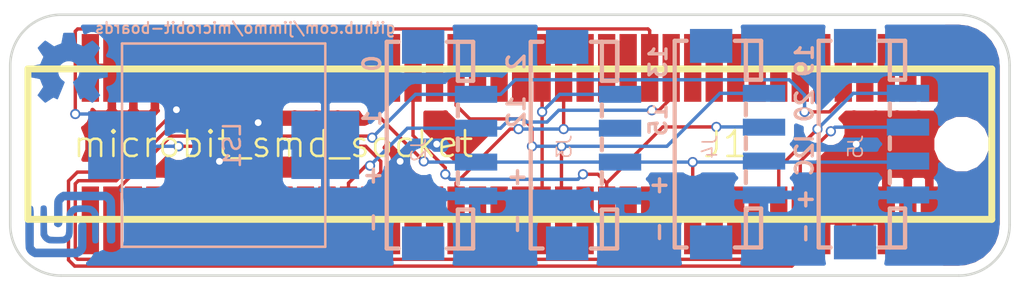
<source format=kicad_pcb>
(kicad_pcb (version 20171130) (host pcbnew "(5.0.1-3-g963ef8bb5)")

  (general
    (thickness 1.6)
    (drawings 13)
    (tracks 160)
    (zones 0)
    (modules 8)
    (nets 40)
  )

  (page A4)
  (layers
    (0 F.Cu signal hide)
    (31 B.Cu signal)
    (32 B.Adhes user hide)
    (33 F.Adhes user hide)
    (34 B.Paste user hide)
    (35 F.Paste user hide)
    (36 B.SilkS user)
    (37 F.SilkS user hide)
    (38 B.Mask user hide)
    (39 F.Mask user hide)
    (40 Dwgs.User user hide)
    (41 Cmts.User user hide)
    (42 Eco1.User user hide)
    (43 Eco2.User user hide)
    (44 Edge.Cuts user)
    (45 Margin user hide)
    (46 B.CrtYd user hide)
    (47 F.CrtYd user hide)
    (48 B.Fab user hide)
    (49 F.Fab user hide)
  )

  (setup
    (last_trace_width 0.2)
    (trace_clearance 0.2)
    (zone_clearance 0.508)
    (zone_45_only no)
    (trace_min 0.2)
    (segment_width 0.2)
    (edge_width 0.15)
    (via_size 0.6)
    (via_drill 0.4)
    (via_min_size 0.4)
    (via_min_drill 0.3)
    (uvia_size 0.3)
    (uvia_drill 0.1)
    (uvias_allowed no)
    (uvia_min_size 0.2)
    (uvia_min_drill 0.1)
    (pcb_text_width 0.3)
    (pcb_text_size 1.5 1.5)
    (mod_edge_width 0.15)
    (mod_text_size 1 1)
    (mod_text_width 0.15)
    (pad_size 1.524 1.524)
    (pad_drill 0.762)
    (pad_to_mask_clearance 0.2)
    (solder_mask_min_width 0.25)
    (aux_axis_origin 0 0)
    (visible_elements FFFFFF7F)
    (pcbplotparams
      (layerselection 0x010f0_80000001)
      (usegerberextensions false)
      (usegerberattributes false)
      (usegerberadvancedattributes false)
      (creategerberjobfile false)
      (excludeedgelayer true)
      (linewidth 0.100000)
      (plotframeref false)
      (viasonmask false)
      (mode 1)
      (useauxorigin false)
      (hpglpennumber 1)
      (hpglpenspeed 20)
      (hpglpendiameter 15.000000)
      (psnegative false)
      (psa4output false)
      (plotreference true)
      (plotvalue true)
      (plotinvisibletext false)
      (padsonsilk false)
      (subtractmaskfromsilk false)
      (outputformat 1)
      (mirror false)
      (drillshape 0)
      (scaleselection 1)
      (outputdirectory "gerbers/"))
  )

  (net 0 "")
  (net 1 MB_0)
  (net 2 MB_1)
  (net 3 MB_2)
  (net 4 MB_13)
  (net 5 MB_15)
  (net 6 MB_19)
  (net 7 MB_20)
  (net 8 MB_3V3)
  (net 9 MB_GND)
  (net 10 "Net-(J1-Pad17)")
  (net 11 "Net-(J1-Pad15)")
  (net 12 MB_12)
  (net 13 "Net-(J1-Pad12)")
  (net 14 "Net-(J1-Pad11)")
  (net 15 "Net-(J1-Pad10)")
  (net 16 MB_8)
  (net 17 "Net-(J1-Pad8)")
  (net 18 "Net-(J1-Pad7)")
  (net 19 "Net-(J1-Pad6)")
  (net 20 "Net-(J1-Pad5)")
  (net 21 "Net-(J1-Pad4)")
  (net 22 "Net-(J1-Pad42)")
  (net 23 "Net-(J1-Pad40)")
  (net 24 "Net-(J1-Pad37)")
  (net 25 "Net-(J1-Pad36)")
  (net 26 "Net-(J1-Pad35)")
  (net 27 "Net-(J1-Pad33)")
  (net 28 "Net-(J1-Pad32)")
  (net 29 "Net-(J1-Pad31)")
  (net 30 "Net-(J1-Pad30)")
  (net 31 "Net-(J1-Pad29)")
  (net 32 "Net-(J2-PadSS1)")
  (net 33 "Net-(J2-PadSS2)")
  (net 34 "Net-(J3-PadSS1)")
  (net 35 "Net-(J3-PadSS2)")
  (net 36 "Net-(J4-PadSS1)")
  (net 37 "Net-(J4-PadSS2)")
  (net 38 "Net-(J5-PadSS1)")
  (net 39 "Net-(J5-PadSS2)")

  (net_class Default "This is the default net class."
    (clearance 0.2)
    (trace_width 0.2)
    (via_dia 0.6)
    (via_drill 0.4)
    (uvia_dia 0.3)
    (uvia_drill 0.1)
    (add_net MB_0)
    (add_net MB_1)
    (add_net MB_12)
    (add_net MB_13)
    (add_net MB_15)
    (add_net MB_19)
    (add_net MB_2)
    (add_net MB_20)
    (add_net MB_3V3)
    (add_net MB_8)
    (add_net MB_GND)
    (add_net "Net-(J1-Pad10)")
    (add_net "Net-(J1-Pad11)")
    (add_net "Net-(J1-Pad12)")
    (add_net "Net-(J1-Pad15)")
    (add_net "Net-(J1-Pad17)")
    (add_net "Net-(J1-Pad29)")
    (add_net "Net-(J1-Pad30)")
    (add_net "Net-(J1-Pad31)")
    (add_net "Net-(J1-Pad32)")
    (add_net "Net-(J1-Pad33)")
    (add_net "Net-(J1-Pad35)")
    (add_net "Net-(J1-Pad36)")
    (add_net "Net-(J1-Pad37)")
    (add_net "Net-(J1-Pad4)")
    (add_net "Net-(J1-Pad40)")
    (add_net "Net-(J1-Pad42)")
    (add_net "Net-(J1-Pad5)")
    (add_net "Net-(J1-Pad6)")
    (add_net "Net-(J1-Pad7)")
    (add_net "Net-(J1-Pad8)")
    (add_net "Net-(J2-PadSS1)")
    (add_net "Net-(J2-PadSS2)")
    (add_net "Net-(J3-PadSS1)")
    (add_net "Net-(J3-PadSS2)")
    (add_net "Net-(J4-PadSS1)")
    (add_net "Net-(J4-PadSS2)")
    (add_net "Net-(J5-PadSS1)")
    (add_net "Net-(J5-PadSS2)")
  )

  (module grove:HW4-SMD-2.0 (layer B.Cu) (tedit 5A1F4808) (tstamp 5A1E8B4E)
    (at 148.5 91.5 270)
    (path /5A1DEC5A)
    (fp_text reference J2 (at -0.5 2.9 270) (layer B.SilkS)
      (effects (font (size 0.84455 0.84455) (thickness 0.09779)) (justify left bottom mirror))
    )
    (fp_text value GROVE-CONNECTOR-SMD_4+2P-2.0_ (at -4.5 5.7 270) (layer B.SilkS) hide
      (effects (font (size 0.84455 0.84455) (thickness 0.09779)) (justify left bottom mirror))
    )
    (fp_line (start -6.1 1.073) (end -3.8 1.073) (layer B.SilkS) (width 0.254))
    (fp_line (start -6.1 5.273) (end 6.1 5.273) (layer B.SilkS) (width 0.254))
    (fp_line (start -6.1 1.073) (end -6.1 0.173) (layer B.SilkS) (width 0.254))
    (fp_line (start -6.1 0.173) (end -3.8 0.173) (layer B.SilkS) (width 0.254))
    (fp_line (start -3.8 0.173) (end -3.8 1.073) (layer B.SilkS) (width 0.254))
    (fp_line (start -3.8 1.073) (end 3.8 1.073) (layer Dwgs.User) (width 0.254))
    (fp_line (start 3.8 1.073) (end 6.1 1.073) (layer B.SilkS) (width 0.254))
    (fp_line (start 3.8 1.073) (end 3.8 0.173) (layer B.SilkS) (width 0.254))
    (fp_line (start 3.8 0.173) (end 6.1 0.173) (layer B.SilkS) (width 0.254))
    (fp_line (start 6.1 0.173) (end 6.1 1.073) (layer B.SilkS) (width 0.254))
    (fp_line (start -6.1 5.273) (end -6.1 4.573) (layer B.SilkS) (width 0.254))
    (fp_line (start -6.1 1.073) (end -6.1 1.719) (layer B.SilkS) (width 0.254))
    (fp_line (start 6.1 5.273) (end 6.1 4.573) (layer B.SilkS) (width 0.254))
    (fp_line (start 6.1 1.073) (end 6.1 1.719) (layer B.SilkS) (width 0.254))
    (fp_line (start -2.4 1.073) (end -1.7 1.073) (layer B.SilkS) (width 0.254))
    (fp_line (start -0.4 1.073) (end 0.3 1.073) (layer B.SilkS) (width 0.254))
    (fp_line (start 1.6 1.073) (end 2.3 1.073) (layer B.SilkS) (width 0.254))
    (pad 1 smd rect (at -3 0 180) (size 2.5 1) (layers B.Cu B.Paste B.Mask)
      (net 1 MB_0))
    (pad 2 smd rect (at -1 0 180) (size 2.5 1) (layers B.Cu B.Paste B.Mask)
      (net 2 MB_1))
    (pad 3 smd rect (at 1 0 180) (size 2.5 1) (layers B.Cu B.Paste B.Mask)
      (net 8 MB_3V3))
    (pad 4 smd rect (at 3 0 180) (size 2.5 1) (layers B.Cu B.Paste B.Mask)
      (net 9 MB_GND))
    (pad SS1 smd rect (at -5.8 3.123 180) (size 2.5 2) (layers B.Cu B.Paste B.Mask)
      (net 32 "Net-(J2-PadSS1)"))
    (pad SS2 smd rect (at 5.8 3.123 180) (size 2.5 2) (layers B.Cu B.Paste B.Mask)
      (net 33 "Net-(J2-PadSS2)"))
  )

  (module grove:HW4-SMD-2.0 (layer B.Cu) (tedit 5A1F480A) (tstamp 5A1E8B68)
    (at 157 91.5 270)
    (path /5A1DECCE)
    (fp_text reference J3 (at -0.7 2.8 270) (layer B.SilkS)
      (effects (font (size 0.84455 0.84455) (thickness 0.09779)) (justify left bottom mirror))
    )
    (fp_text value GROVE-CONNECTOR-SMD_4+2P-2.0_ (at -4.5 5.6 270) (layer B.SilkS) hide
      (effects (font (size 0.84455 0.84455) (thickness 0.09779)) (justify left bottom mirror))
    )
    (fp_line (start -6.1 1.073) (end -3.8 1.073) (layer B.SilkS) (width 0.254))
    (fp_line (start -6.1 5.273) (end 6.1 5.273) (layer B.SilkS) (width 0.254))
    (fp_line (start -6.1 1.073) (end -6.1 0.173) (layer B.SilkS) (width 0.254))
    (fp_line (start -6.1 0.173) (end -3.8 0.173) (layer B.SilkS) (width 0.254))
    (fp_line (start -3.8 0.173) (end -3.8 1.073) (layer B.SilkS) (width 0.254))
    (fp_line (start -3.8 1.073) (end 3.8 1.073) (layer Dwgs.User) (width 0.254))
    (fp_line (start 3.8 1.073) (end 6.1 1.073) (layer B.SilkS) (width 0.254))
    (fp_line (start 3.8 1.073) (end 3.8 0.173) (layer B.SilkS) (width 0.254))
    (fp_line (start 3.8 0.173) (end 6.1 0.173) (layer B.SilkS) (width 0.254))
    (fp_line (start 6.1 0.173) (end 6.1 1.073) (layer B.SilkS) (width 0.254))
    (fp_line (start -6.1 5.273) (end -6.1 4.573) (layer B.SilkS) (width 0.254))
    (fp_line (start -6.1 1.073) (end -6.1 1.719) (layer B.SilkS) (width 0.254))
    (fp_line (start 6.1 5.273) (end 6.1 4.573) (layer B.SilkS) (width 0.254))
    (fp_line (start 6.1 1.073) (end 6.1 1.719) (layer B.SilkS) (width 0.254))
    (fp_line (start -2.4 1.073) (end -1.7 1.073) (layer B.SilkS) (width 0.254))
    (fp_line (start -0.4 1.073) (end 0.3 1.073) (layer B.SilkS) (width 0.254))
    (fp_line (start 1.6 1.073) (end 2.3 1.073) (layer B.SilkS) (width 0.254))
    (pad 1 smd rect (at -3 0 180) (size 2.5 1) (layers B.Cu B.Paste B.Mask)
      (net 3 MB_2))
    (pad 2 smd rect (at -1 0 180) (size 2.5 1) (layers B.Cu B.Paste B.Mask)
      (net 12 MB_12))
    (pad 3 smd rect (at 1 0 180) (size 2.5 1) (layers B.Cu B.Paste B.Mask)
      (net 8 MB_3V3))
    (pad 4 smd rect (at 3 0 180) (size 2.5 1) (layers B.Cu B.Paste B.Mask)
      (net 9 MB_GND))
    (pad SS1 smd rect (at -5.8 3.123 180) (size 2.5 2) (layers B.Cu B.Paste B.Mask)
      (net 34 "Net-(J3-PadSS1)"))
    (pad SS2 smd rect (at 5.8 3.123 180) (size 2.5 2) (layers B.Cu B.Paste B.Mask)
      (net 35 "Net-(J3-PadSS2)"))
  )

  (module grove:HW4-SMD-2.0 (layer B.Cu) (tedit 5A1F480E) (tstamp 5A1E8B82)
    (at 165.5 91.44 270)
    (path /5A1DED22)
    (fp_text reference J4 (at -0.64 2.7 270) (layer B.SilkS)
      (effects (font (size 0.84455 0.84455) (thickness 0.09779)) (justify left bottom mirror))
    )
    (fp_text value GROVE-CONNECTOR-SMD_4+2P-2.0_ (at -4.44 5.7 270) (layer B.SilkS) hide
      (effects (font (size 0.84455 0.84455) (thickness 0.09779)) (justify left bottom mirror))
    )
    (fp_line (start -6.1 1.073) (end -3.8 1.073) (layer B.SilkS) (width 0.254))
    (fp_line (start -6.1 5.273) (end 6.1 5.273) (layer B.SilkS) (width 0.254))
    (fp_line (start -6.1 1.073) (end -6.1 0.173) (layer B.SilkS) (width 0.254))
    (fp_line (start -6.1 0.173) (end -3.8 0.173) (layer B.SilkS) (width 0.254))
    (fp_line (start -3.8 0.173) (end -3.8 1.073) (layer B.SilkS) (width 0.254))
    (fp_line (start -3.8 1.073) (end 3.8 1.073) (layer Dwgs.User) (width 0.254))
    (fp_line (start 3.8 1.073) (end 6.1 1.073) (layer B.SilkS) (width 0.254))
    (fp_line (start 3.8 1.073) (end 3.8 0.173) (layer B.SilkS) (width 0.254))
    (fp_line (start 3.8 0.173) (end 6.1 0.173) (layer B.SilkS) (width 0.254))
    (fp_line (start 6.1 0.173) (end 6.1 1.073) (layer B.SilkS) (width 0.254))
    (fp_line (start -6.1 5.273) (end -6.1 4.573) (layer B.SilkS) (width 0.254))
    (fp_line (start -6.1 1.073) (end -6.1 1.719) (layer B.SilkS) (width 0.254))
    (fp_line (start 6.1 5.273) (end 6.1 4.573) (layer B.SilkS) (width 0.254))
    (fp_line (start 6.1 1.073) (end 6.1 1.719) (layer B.SilkS) (width 0.254))
    (fp_line (start -2.4 1.073) (end -1.7 1.073) (layer B.SilkS) (width 0.254))
    (fp_line (start -0.4 1.073) (end 0.3 1.073) (layer B.SilkS) (width 0.254))
    (fp_line (start 1.6 1.073) (end 2.3 1.073) (layer B.SilkS) (width 0.254))
    (pad 1 smd rect (at -3 0 180) (size 2.5 1) (layers B.Cu B.Paste B.Mask)
      (net 4 MB_13))
    (pad 2 smd rect (at -1 0 180) (size 2.5 1) (layers B.Cu B.Paste B.Mask)
      (net 5 MB_15))
    (pad 3 smd rect (at 1 0 180) (size 2.5 1) (layers B.Cu B.Paste B.Mask)
      (net 8 MB_3V3))
    (pad 4 smd rect (at 3 0 180) (size 2.5 1) (layers B.Cu B.Paste B.Mask)
      (net 9 MB_GND))
    (pad SS1 smd rect (at -5.8 3.123 180) (size 2.5 2) (layers B.Cu B.Paste B.Mask)
      (net 36 "Net-(J4-PadSS1)"))
    (pad SS2 smd rect (at 5.8 3.123 180) (size 2.5 2) (layers B.Cu B.Paste B.Mask)
      (net 37 "Net-(J4-PadSS2)"))
  )

  (module grove:HW4-SMD-2.0 (layer B.Cu) (tedit 5A1F4811) (tstamp 5C5DC870)
    (at 174 91.44 270)
    (path /5A1DEE26)
    (fp_text reference J5 (at -0.64 2.6 270) (layer B.SilkS)
      (effects (font (size 0.84455 0.84455) (thickness 0.09779)) (justify left bottom mirror))
    )
    (fp_text value GROVE-CONNECTOR-SMD_4+2P-2.0_ (at -5.44 5.6 270) (layer B.SilkS) hide
      (effects (font (size 0.84455 0.84455) (thickness 0.09779)) (justify left bottom mirror))
    )
    (fp_line (start -6.1 1.073) (end -3.8 1.073) (layer B.SilkS) (width 0.254))
    (fp_line (start -6.1 5.273) (end 6.1 5.273) (layer B.SilkS) (width 0.254))
    (fp_line (start -6.1 1.073) (end -6.1 0.173) (layer B.SilkS) (width 0.254))
    (fp_line (start -6.1 0.173) (end -3.8 0.173) (layer B.SilkS) (width 0.254))
    (fp_line (start -3.8 0.173) (end -3.8 1.073) (layer B.SilkS) (width 0.254))
    (fp_line (start -3.8 1.073) (end 3.8 1.073) (layer Dwgs.User) (width 0.254))
    (fp_line (start 3.8 1.073) (end 6.1 1.073) (layer B.SilkS) (width 0.254))
    (fp_line (start 3.8 1.073) (end 3.8 0.173) (layer B.SilkS) (width 0.254))
    (fp_line (start 3.8 0.173) (end 6.1 0.173) (layer B.SilkS) (width 0.254))
    (fp_line (start 6.1 0.173) (end 6.1 1.073) (layer B.SilkS) (width 0.254))
    (fp_line (start -6.1 5.273) (end -6.1 4.573) (layer B.SilkS) (width 0.254))
    (fp_line (start -6.1 1.073) (end -6.1 1.719) (layer B.SilkS) (width 0.254))
    (fp_line (start 6.1 5.273) (end 6.1 4.573) (layer B.SilkS) (width 0.254))
    (fp_line (start 6.1 1.073) (end 6.1 1.719) (layer B.SilkS) (width 0.254))
    (fp_line (start -2.4 1.073) (end -1.7 1.073) (layer B.SilkS) (width 0.254))
    (fp_line (start -0.4 1.073) (end 0.3 1.073) (layer B.SilkS) (width 0.254))
    (fp_line (start 1.6 1.073) (end 2.3 1.073) (layer B.SilkS) (width 0.254))
    (pad 1 smd rect (at -3 0 180) (size 2.5 1) (layers B.Cu B.Paste B.Mask)
      (net 6 MB_19))
    (pad 2 smd rect (at -1 0 180) (size 2.5 1) (layers B.Cu B.Paste B.Mask)
      (net 7 MB_20))
    (pad 3 smd rect (at 1 0 180) (size 2.5 1) (layers B.Cu B.Paste B.Mask)
      (net 8 MB_3V3))
    (pad 4 smd rect (at 3 0 180) (size 2.5 1) (layers B.Cu B.Paste B.Mask)
      (net 9 MB_GND))
    (pad SS1 smd rect (at -5.8 3.123 180) (size 2.5 2) (layers B.Cu B.Paste B.Mask)
      (net 38 "Net-(J5-PadSS1)"))
    (pad SS2 smd rect (at 5.8 3.123 180) (size 2.5 2) (layers B.Cu B.Paste B.Mask)
      (net 39 "Net-(J5-PadSS2)"))
  )

  (module piezo:PKLCS1212E4001-R1 (layer B.Cu) (tedit 5A1E99A6) (tstamp 5A1E9A75)
    (at 133.6 91.5 270)
    (path /5A1DF0A4)
    (fp_text reference LS1 (at 0 -0.5 270) (layer B.SilkS)
      (effects (font (size 1 1) (thickness 0.15)) (justify mirror))
    )
    (fp_text value Speaker (at 0 0.5 270) (layer B.Fab)
      (effects (font (size 1 1) (thickness 0.15)) (justify mirror))
    )
    (fp_line (start -6 6) (end 6 6) (layer B.SilkS) (width 0.15))
    (fp_line (start -6 -6) (end -6 6) (layer B.SilkS) (width 0.15))
    (fp_line (start 6 -6) (end -6 -6) (layer B.SilkS) (width 0.15))
    (fp_line (start 6 6) (end 6 -6) (layer B.SilkS) (width 0.15))
    (pad 1 smd rect (at 0 6 270) (size 4 4) (layers B.Cu B.Paste B.Mask)
      (net 16 MB_8))
    (pad 2 smd rect (at 0 -6 270) (size 4 4) (layers B.Cu B.Paste B.Mask)
      (net 9 MB_GND))
  )

  (module logos:ncss_small (layer B.Cu) (tedit 0) (tstamp 5A1F4777)
    (at 124.46 96.012 180)
    (path /5A1EB7CF)
    (fp_text reference Z1 (at 0 0 180) (layer B.SilkS) hide
      (effects (font (size 1.524 1.524) (thickness 0.3)) (justify mirror))
    )
    (fp_text value ncss (at 0.75 0 180) (layer B.SilkS) hide
      (effects (font (size 1.524 1.524) (thickness 0.3)) (justify mirror))
    )
    (fp_poly (pts (xy 2.406236 0.947424) (xy 2.456552 0.927086) (xy 2.499295 0.890629) (xy 2.561167 0.828757)
      (xy 2.561167 -0.357411) (xy 2.561115 -0.612061) (xy 2.56088 -0.827972) (xy 2.560345 -1.008738)
      (xy 2.559388 -1.157954) (xy 2.557892 -1.279213) (xy 2.555738 -1.37611) (xy 2.552806 -1.452239)
      (xy 2.548979 -1.511194) (xy 2.544137 -1.556569) (xy 2.538161 -1.59196) (xy 2.530932 -1.620959)
      (xy 2.522332 -1.647161) (xy 2.518127 -1.658611) (xy 2.443279 -1.800259) (xy 2.334587 -1.922798)
      (xy 2.198908 -2.018771) (xy 2.176171 -2.030655) (xy 2.046405 -2.0955) (xy -0.522405 -2.0955)
      (xy -0.652171 -2.030655) (xy -0.791379 -1.939412) (xy -0.90465 -1.820459) (xy -0.985129 -1.681256)
      (xy -0.994127 -1.658611) (xy -1.005942 -1.624612) (xy -1.015381 -1.58925) (xy -1.02271 -1.547522)
      (xy -1.028191 -1.494422) (xy -1.032091 -1.424947) (xy -1.034674 -1.334092) (xy -1.036204 -1.21685)
      (xy -1.036945 -1.06822) (xy -1.037163 -0.883195) (xy -1.037167 -0.844244) (xy -1.037167 -0.14491)
      (xy -0.976852 -0.084595) (xy -0.892364 -0.025457) (xy -0.802066 -0.005755) (xy -0.713349 -0.024699)
      (xy -0.633606 -0.081505) (xy -0.598748 -0.124838) (xy -0.584951 -0.146381) (xy -0.57406 -0.168685)
      (xy -0.565732 -0.196744) (xy -0.559623 -0.235555) (xy -0.55539 -0.290111) (xy -0.552688 -0.365407)
      (xy -0.551175 -0.466438) (xy -0.550506 -0.598198) (xy -0.550338 -0.765682) (xy -0.550333 -0.828296)
      (xy -0.550333 -1.459832) (xy -0.48857 -1.528958) (xy -0.426806 -1.598083) (xy 1.950806 -1.598083)
      (xy 2.01257 -1.528958) (xy 2.074333 -1.459832) (xy 2.074333 -0.347865) (xy 2.074372 -0.093614)
      (xy 2.074688 0.121774) (xy 2.075584 0.301766) (xy 2.077364 0.449833) (xy 2.080328 0.569443)
      (xy 2.084779 0.664066) (xy 2.091019 0.737172) (xy 2.099351 0.792229) (xy 2.110078 0.832708)
      (xy 2.1235 0.862076) (xy 2.139922 0.883804) (xy 2.159643 0.90136) (xy 2.182968 0.918214)
      (xy 2.184755 0.919465) (xy 2.237504 0.940649) (xy 2.311427 0.951798) (xy 2.334671 0.9525)
      (xy 2.406236 0.947424)) (layer B.Mask) (width 0.01))
    (fp_poly (pts (xy 0.482837 1.691989) (xy 0.622045 1.600746) (xy 0.735317 1.481793) (xy 0.815795 1.342589)
      (xy 0.824794 1.319945) (xy 0.836609 1.285945) (xy 0.846047 1.250584) (xy 0.853376 1.208855)
      (xy 0.858858 1.155756) (xy 0.862758 1.086281) (xy 0.86534 0.995425) (xy 0.86687 0.878184)
      (xy 0.867612 0.729553) (xy 0.867829 0.544528) (xy 0.867833 0.505578) (xy 0.867833 -0.193756)
      (xy 0.807518 -0.254071) (xy 0.723031 -0.313209) (xy 0.632732 -0.332912) (xy 0.544015 -0.313967)
      (xy 0.464272 -0.257162) (xy 0.429415 -0.213828) (xy 0.415617 -0.192286) (xy 0.404726 -0.169982)
      (xy 0.396398 -0.141922) (xy 0.390289 -0.103111) (xy 0.386056 -0.048555) (xy 0.383355 0.026741)
      (xy 0.381842 0.127772) (xy 0.381173 0.259532) (xy 0.381004 0.427016) (xy 0.381 0.48963)
      (xy 0.381 1.121165) (xy 0.319236 1.190291) (xy 0.257473 1.259417) (xy -2.12014 1.259417)
      (xy -2.181903 1.190291) (xy -2.243667 1.121165) (xy -2.243667 0.020153) (xy -2.243746 -0.235581)
      (xy -2.244179 -0.452436) (xy -2.24526 -0.633865) (xy -2.24728 -0.783321) (xy -2.250534 -0.904259)
      (xy -2.255313 -1.000132) (xy -2.261911 -1.074394) (xy -2.270621 -1.130498) (xy -2.281736 -1.171898)
      (xy -2.295548 -1.202049) (xy -2.312351 -1.224403) (xy -2.332438 -1.242413) (xy -2.351974 -1.25665)
      (xy -2.409483 -1.279976) (xy -2.488708 -1.290873) (xy -2.504005 -1.291166) (xy -2.57557 -1.28609)
      (xy -2.625885 -1.265752) (xy -2.668628 -1.229295) (xy -2.7305 -1.167423) (xy -2.7305 0.018745)
      (xy -2.730448 0.273395) (xy -2.730214 0.489305) (xy -2.729678 0.670072) (xy -2.728721 0.819287)
      (xy -2.727226 0.940546) (xy -2.725071 1.037443) (xy -2.72214 1.113572) (xy -2.718313 1.172527)
      (xy -2.713471 1.217903) (xy -2.707495 1.253293) (xy -2.700266 1.282292) (xy -2.691665 1.308495)
      (xy -2.687461 1.319945) (xy -2.612612 1.461592) (xy -2.503921 1.584132) (xy -2.368242 1.680104)
      (xy -2.345504 1.691989) (xy -2.215739 1.756834) (xy 0.353072 1.756834) (xy 0.482837 1.691989)) (layer B.Mask) (width 0.01))
    (fp_poly (pts (xy -0.628879 0.951151) (xy -0.489123 0.946029) (xy -0.378484 0.935522) (xy -0.290381 0.918019)
      (xy -0.218233 0.891906) (xy -0.155461 0.855572) (xy -0.095484 0.807406) (xy -0.054769 0.768878)
      (xy -0.002433 0.716587) (xy 0.039418 0.670432) (xy 0.07205 0.624955) (xy 0.096728 0.574694)
      (xy 0.114717 0.514191) (xy 0.127282 0.437984) (xy 0.13569 0.340613) (xy 0.141205 0.216618)
      (xy 0.145092 0.060539) (xy 0.148156 -0.106831) (xy 0.15163 -0.293636) (xy 0.155449 -0.443009)
      (xy 0.160606 -0.559844) (xy 0.168096 -0.649036) (xy 0.178912 -0.715481) (xy 0.194047 -0.764074)
      (xy 0.214494 -0.799711) (xy 0.241247 -0.827285) (xy 0.275299 -0.851694) (xy 0.302775 -0.868765)
      (xy 0.332726 -0.884381) (xy 0.368111 -0.895531) (xy 0.416249 -0.902945) (xy 0.484461 -0.907355)
      (xy 0.580064 -0.909491) (xy 0.710378 -0.910085) (xy 0.716468 -0.910087) (xy 0.869572 -0.908681)
      (xy 0.986769 -0.903293) (xy 1.074422 -0.892283) (xy 1.138892 -0.874015) (xy 1.186541 -0.846851)
      (xy 1.223731 -0.809153) (xy 1.2485 -0.773123) (xy 1.25975 -0.753151) (xy 1.26883 -0.730417)
      (xy 1.275973 -0.700441) (xy 1.281408 -0.658745) (xy 1.285369 -0.60085) (xy 1.288087 -0.522278)
      (xy 1.289794 -0.418548) (xy 1.290722 -0.285183) (xy 1.291102 -0.117704) (xy 1.291166 0.051515)
      (xy 1.29135 0.258659) (xy 1.292171 0.427739) (xy 1.294034 0.563026) (xy 1.297343 0.668789)
      (xy 1.302504 0.749297) (xy 1.309921 0.808819) (xy 1.319998 0.851627) (xy 1.333141 0.881988)
      (xy 1.349753 0.904172) (xy 1.370242 0.92245) (xy 1.373999 0.925369) (xy 1.435153 0.949597)
      (xy 1.511756 0.951184) (xy 1.584602 0.931793) (xy 1.626143 0.903511) (xy 1.637776 0.890293)
      (xy 1.647261 0.875076) (xy 1.654816 0.853708) (xy 1.66066 0.822035) (xy 1.66501 0.775906)
      (xy 1.668084 0.711167) (xy 1.6701 0.623666) (xy 1.671276 0.509251) (xy 1.67183 0.36377)
      (xy 1.67198 0.183069) (xy 1.67196 0.030386) (xy 1.671753 -0.79375) (xy 1.620149 -0.904589)
      (xy 1.542976 -1.028767) (xy 1.438499 -1.137625) (xy 1.318204 -1.220287) (xy 1.258008 -1.247542)
      (xy 1.213121 -1.262779) (xy 1.166771 -1.274038) (xy 1.111744 -1.281904) (xy 1.040822 -1.286962)
      (xy 0.94679 -1.289796) (xy 0.822433 -1.290991) (xy 0.719666 -1.291166) (xy 0.570604 -1.290709)
      (xy 0.456716 -1.288958) (xy 0.370849 -1.285351) (xy 0.305852 -1.27932) (xy 0.254572 -1.2703)
      (xy 0.209855 -1.257727) (xy 0.184956 -1.248901) (xy 0.061284 -1.182071) (xy -0.05072 -1.082299)
      (xy -0.141345 -0.95893) (xy -0.167044 -0.910166) (xy -0.183209 -0.875056) (xy -0.195965 -0.842126)
      (xy -0.205823 -0.805852) (xy -0.21329 -0.760713) (xy -0.218879 -0.701183) (xy -0.223097 -0.62174)
      (xy -0.226456 -0.516862) (xy -0.229465 -0.381023) (xy -0.232634 -0.208701) (xy -0.232834 -0.197446)
      (xy -0.243417 0.398859) (xy -0.296333 0.455441) (xy -0.337768 0.496438) (xy -0.379014 0.52651)
      (xy -0.427402 0.547327) (xy -0.490263 0.560561) (xy -0.574927 0.567883) (xy -0.688724 0.570965)
      (xy -0.805375 0.5715) (xy -0.957827 0.570017) (xy -1.074415 0.564461) (xy -1.161536 0.553169)
      (xy -1.225592 0.534481) (xy -1.27298 0.506734) (xy -1.310102 0.468266) (xy -1.333166 0.434456)
      (xy -1.344509 0.414307) (xy -1.353644 0.391371) (xy -1.36081 0.361124) (xy -1.366244 0.31904)
      (xy -1.370186 0.260591) (xy -1.372873 0.181252) (xy -1.374542 0.076496) (xy -1.375433 -0.058202)
      (xy -1.375783 -0.227371) (xy -1.375834 -0.376829) (xy -1.37612 -0.587186) (xy -1.377233 -0.759398)
      (xy -1.379552 -0.897652) (xy -1.383457 -1.006135) (xy -1.389324 -1.089032) (xy -1.397536 -1.15053)
      (xy -1.408469 -1.194816) (xy -1.422505 -1.226075) (xy -1.440021 -1.248496) (xy -1.45604 -1.26231)
      (xy -1.519214 -1.287717) (xy -1.59707 -1.28979) (xy -1.670493 -1.27004) (xy -1.710811 -1.242177)
      (xy -1.722443 -1.22896) (xy -1.731928 -1.213742) (xy -1.739483 -1.192374) (xy -1.745327 -1.160701)
      (xy -1.749677 -1.114571) (xy -1.752751 -1.049833) (xy -1.754767 -0.962333) (xy -1.755943 -0.847918)
      (xy -1.756497 -0.702436) (xy -1.756646 -0.521735) (xy -1.756627 -0.369052) (xy -1.75642 0.455083)
      (xy -1.704816 0.565923) (xy -1.627643 0.6901) (xy -1.523165 0.798959) (xy -1.40287 0.88162)
      (xy -1.342675 0.908876) (xy -1.297788 0.924113) (xy -1.251439 0.935372) (xy -1.19641 0.943238)
      (xy -1.125488 0.948296) (xy -1.031457 0.95113) (xy -0.9071 0.952325) (xy -0.804334 0.9525)
      (xy -0.628879 0.951151)) (layer B.Mask) (width 0.01))
    (fp_poly (pts (xy 2.406236 0.947424) (xy 2.456552 0.927086) (xy 2.499295 0.890629) (xy 2.561167 0.828757)
      (xy 2.561167 -0.357411) (xy 2.561115 -0.612061) (xy 2.56088 -0.827972) (xy 2.560345 -1.008738)
      (xy 2.559388 -1.157954) (xy 2.557892 -1.279213) (xy 2.555738 -1.37611) (xy 2.552806 -1.452239)
      (xy 2.548979 -1.511194) (xy 2.544137 -1.556569) (xy 2.538161 -1.59196) (xy 2.530932 -1.620959)
      (xy 2.522332 -1.647161) (xy 2.518127 -1.658611) (xy 2.443279 -1.800259) (xy 2.334587 -1.922798)
      (xy 2.198908 -2.018771) (xy 2.176171 -2.030655) (xy 2.046405 -2.0955) (xy -0.522405 -2.0955)
      (xy -0.652171 -2.030655) (xy -0.791379 -1.939412) (xy -0.90465 -1.820459) (xy -0.985129 -1.681256)
      (xy -0.994127 -1.658611) (xy -1.005942 -1.624612) (xy -1.015381 -1.58925) (xy -1.02271 -1.547522)
      (xy -1.028191 -1.494422) (xy -1.032091 -1.424947) (xy -1.034674 -1.334092) (xy -1.036204 -1.21685)
      (xy -1.036945 -1.06822) (xy -1.037163 -0.883195) (xy -1.037167 -0.844244) (xy -1.037167 -0.14491)
      (xy -0.976852 -0.084595) (xy -0.892364 -0.025457) (xy -0.802066 -0.005755) (xy -0.713349 -0.024699)
      (xy -0.633606 -0.081505) (xy -0.598748 -0.124838) (xy -0.584951 -0.146381) (xy -0.57406 -0.168685)
      (xy -0.565732 -0.196744) (xy -0.559623 -0.235555) (xy -0.55539 -0.290111) (xy -0.552688 -0.365407)
      (xy -0.551175 -0.466438) (xy -0.550506 -0.598198) (xy -0.550338 -0.765682) (xy -0.550333 -0.828296)
      (xy -0.550333 -1.459832) (xy -0.48857 -1.528958) (xy -0.426806 -1.598083) (xy 1.950806 -1.598083)
      (xy 2.01257 -1.528958) (xy 2.074333 -1.459832) (xy 2.074333 -0.347865) (xy 2.074372 -0.093614)
      (xy 2.074688 0.121774) (xy 2.075584 0.301766) (xy 2.077364 0.449833) (xy 2.080328 0.569443)
      (xy 2.084779 0.664066) (xy 2.091019 0.737172) (xy 2.099351 0.792229) (xy 2.110078 0.832708)
      (xy 2.1235 0.862076) (xy 2.139922 0.883804) (xy 2.159643 0.90136) (xy 2.182968 0.918214)
      (xy 2.184755 0.919465) (xy 2.237504 0.940649) (xy 2.311427 0.951798) (xy 2.334671 0.9525)
      (xy 2.406236 0.947424)) (layer B.Cu) (width 0.01))
    (fp_poly (pts (xy 0.482837 1.691989) (xy 0.622045 1.600746) (xy 0.735317 1.481793) (xy 0.815795 1.342589)
      (xy 0.824794 1.319945) (xy 0.836609 1.285945) (xy 0.846047 1.250584) (xy 0.853376 1.208855)
      (xy 0.858858 1.155756) (xy 0.862758 1.086281) (xy 0.86534 0.995425) (xy 0.86687 0.878184)
      (xy 0.867612 0.729553) (xy 0.867829 0.544528) (xy 0.867833 0.505578) (xy 0.867833 -0.193756)
      (xy 0.807518 -0.254071) (xy 0.723031 -0.313209) (xy 0.632732 -0.332912) (xy 0.544015 -0.313967)
      (xy 0.464272 -0.257162) (xy 0.429415 -0.213828) (xy 0.415617 -0.192286) (xy 0.404726 -0.169982)
      (xy 0.396398 -0.141922) (xy 0.390289 -0.103111) (xy 0.386056 -0.048555) (xy 0.383355 0.026741)
      (xy 0.381842 0.127772) (xy 0.381173 0.259532) (xy 0.381004 0.427016) (xy 0.381 0.48963)
      (xy 0.381 1.121165) (xy 0.319236 1.190291) (xy 0.257473 1.259417) (xy -2.12014 1.259417)
      (xy -2.181903 1.190291) (xy -2.243667 1.121165) (xy -2.243667 0.020153) (xy -2.243746 -0.235581)
      (xy -2.244179 -0.452436) (xy -2.24526 -0.633865) (xy -2.24728 -0.783321) (xy -2.250534 -0.904259)
      (xy -2.255313 -1.000132) (xy -2.261911 -1.074394) (xy -2.270621 -1.130498) (xy -2.281736 -1.171898)
      (xy -2.295548 -1.202049) (xy -2.312351 -1.224403) (xy -2.332438 -1.242413) (xy -2.351974 -1.25665)
      (xy -2.409483 -1.279976) (xy -2.488708 -1.290873) (xy -2.504005 -1.291166) (xy -2.57557 -1.28609)
      (xy -2.625885 -1.265752) (xy -2.668628 -1.229295) (xy -2.7305 -1.167423) (xy -2.7305 0.018745)
      (xy -2.730448 0.273395) (xy -2.730214 0.489305) (xy -2.729678 0.670072) (xy -2.728721 0.819287)
      (xy -2.727226 0.940546) (xy -2.725071 1.037443) (xy -2.72214 1.113572) (xy -2.718313 1.172527)
      (xy -2.713471 1.217903) (xy -2.707495 1.253293) (xy -2.700266 1.282292) (xy -2.691665 1.308495)
      (xy -2.687461 1.319945) (xy -2.612612 1.461592) (xy -2.503921 1.584132) (xy -2.368242 1.680104)
      (xy -2.345504 1.691989) (xy -2.215739 1.756834) (xy 0.353072 1.756834) (xy 0.482837 1.691989)) (layer B.Cu) (width 0.01))
    (fp_poly (pts (xy -0.628879 0.951151) (xy -0.489123 0.946029) (xy -0.378484 0.935522) (xy -0.290381 0.918019)
      (xy -0.218233 0.891906) (xy -0.155461 0.855572) (xy -0.095484 0.807406) (xy -0.054769 0.768878)
      (xy -0.002433 0.716587) (xy 0.039418 0.670432) (xy 0.07205 0.624955) (xy 0.096728 0.574694)
      (xy 0.114717 0.514191) (xy 0.127282 0.437984) (xy 0.13569 0.340613) (xy 0.141205 0.216618)
      (xy 0.145092 0.060539) (xy 0.148156 -0.106831) (xy 0.15163 -0.293636) (xy 0.155449 -0.443009)
      (xy 0.160606 -0.559844) (xy 0.168096 -0.649036) (xy 0.178912 -0.715481) (xy 0.194047 -0.764074)
      (xy 0.214494 -0.799711) (xy 0.241247 -0.827285) (xy 0.275299 -0.851694) (xy 0.302775 -0.868765)
      (xy 0.332726 -0.884381) (xy 0.368111 -0.895531) (xy 0.416249 -0.902945) (xy 0.484461 -0.907355)
      (xy 0.580064 -0.909491) (xy 0.710378 -0.910085) (xy 0.716468 -0.910087) (xy 0.869572 -0.908681)
      (xy 0.986769 -0.903293) (xy 1.074422 -0.892283) (xy 1.138892 -0.874015) (xy 1.186541 -0.846851)
      (xy 1.223731 -0.809153) (xy 1.2485 -0.773123) (xy 1.25975 -0.753151) (xy 1.26883 -0.730417)
      (xy 1.275973 -0.700441) (xy 1.281408 -0.658745) (xy 1.285369 -0.60085) (xy 1.288087 -0.522278)
      (xy 1.289794 -0.418548) (xy 1.290722 -0.285183) (xy 1.291102 -0.117704) (xy 1.291166 0.051515)
      (xy 1.29135 0.258659) (xy 1.292171 0.427739) (xy 1.294034 0.563026) (xy 1.297343 0.668789)
      (xy 1.302504 0.749297) (xy 1.309921 0.808819) (xy 1.319998 0.851627) (xy 1.333141 0.881988)
      (xy 1.349753 0.904172) (xy 1.370242 0.92245) (xy 1.373999 0.925369) (xy 1.435153 0.949597)
      (xy 1.511756 0.951184) (xy 1.584602 0.931793) (xy 1.626143 0.903511) (xy 1.637776 0.890293)
      (xy 1.647261 0.875076) (xy 1.654816 0.853708) (xy 1.66066 0.822035) (xy 1.66501 0.775906)
      (xy 1.668084 0.711167) (xy 1.6701 0.623666) (xy 1.671276 0.509251) (xy 1.67183 0.36377)
      (xy 1.67198 0.183069) (xy 1.67196 0.030386) (xy 1.671753 -0.79375) (xy 1.620149 -0.904589)
      (xy 1.542976 -1.028767) (xy 1.438499 -1.137625) (xy 1.318204 -1.220287) (xy 1.258008 -1.247542)
      (xy 1.213121 -1.262779) (xy 1.166771 -1.274038) (xy 1.111744 -1.281904) (xy 1.040822 -1.286962)
      (xy 0.94679 -1.289796) (xy 0.822433 -1.290991) (xy 0.719666 -1.291166) (xy 0.570604 -1.290709)
      (xy 0.456716 -1.288958) (xy 0.370849 -1.285351) (xy 0.305852 -1.27932) (xy 0.254572 -1.2703)
      (xy 0.209855 -1.257727) (xy 0.184956 -1.248901) (xy 0.061284 -1.182071) (xy -0.05072 -1.082299)
      (xy -0.141345 -0.95893) (xy -0.167044 -0.910166) (xy -0.183209 -0.875056) (xy -0.195965 -0.842126)
      (xy -0.205823 -0.805852) (xy -0.21329 -0.760713) (xy -0.218879 -0.701183) (xy -0.223097 -0.62174)
      (xy -0.226456 -0.516862) (xy -0.229465 -0.381023) (xy -0.232634 -0.208701) (xy -0.232834 -0.197446)
      (xy -0.243417 0.398859) (xy -0.296333 0.455441) (xy -0.337768 0.496438) (xy -0.379014 0.52651)
      (xy -0.427402 0.547327) (xy -0.490263 0.560561) (xy -0.574927 0.567883) (xy -0.688724 0.570965)
      (xy -0.805375 0.5715) (xy -0.957827 0.570017) (xy -1.074415 0.564461) (xy -1.161536 0.553169)
      (xy -1.225592 0.534481) (xy -1.27298 0.506734) (xy -1.310102 0.468266) (xy -1.333166 0.434456)
      (xy -1.344509 0.414307) (xy -1.353644 0.391371) (xy -1.36081 0.361124) (xy -1.366244 0.31904)
      (xy -1.370186 0.260591) (xy -1.372873 0.181252) (xy -1.374542 0.076496) (xy -1.375433 -0.058202)
      (xy -1.375783 -0.227371) (xy -1.375834 -0.376829) (xy -1.37612 -0.587186) (xy -1.377233 -0.759398)
      (xy -1.379552 -0.897652) (xy -1.383457 -1.006135) (xy -1.389324 -1.089032) (xy -1.397536 -1.15053)
      (xy -1.408469 -1.194816) (xy -1.422505 -1.226075) (xy -1.440021 -1.248496) (xy -1.45604 -1.26231)
      (xy -1.519214 -1.287717) (xy -1.59707 -1.28979) (xy -1.670493 -1.27004) (xy -1.710811 -1.242177)
      (xy -1.722443 -1.22896) (xy -1.731928 -1.213742) (xy -1.739483 -1.192374) (xy -1.745327 -1.160701)
      (xy -1.749677 -1.114571) (xy -1.752751 -1.049833) (xy -1.754767 -0.962333) (xy -1.755943 -0.847918)
      (xy -1.756497 -0.702436) (xy -1.756646 -0.521735) (xy -1.756627 -0.369052) (xy -1.75642 0.455083)
      (xy -1.704816 0.565923) (xy -1.627643 0.6901) (xy -1.523165 0.798959) (xy -1.40287 0.88162)
      (xy -1.342675 0.908876) (xy -1.297788 0.924113) (xy -1.251439 0.935372) (xy -1.19641 0.943238)
      (xy -1.125488 0.948296) (xy -1.031457 0.95113) (xy -0.9071 0.952325) (xy -0.804334 0.9525)
      (xy -0.628879 0.951151)) (layer B.Cu) (width 0.01))
  )

  (module logos:OSHW-Logo2_7.3x6mm_Copper_NoText (layer B.Cu) (tedit 0) (tstamp 5A1F4780)
    (at 124.46 87.63 180)
    (descr "Open Source Hardware Symbol")
    (tags "Logo Symbol OSHW")
    (path /5A1EB880)
    (attr virtual)
    (fp_text reference Z2 (at 0 0 180) (layer B.SilkS) hide
      (effects (font (size 1 1) (thickness 0.15)) (justify mirror))
    )
    (fp_text value oshw (at 0.75 0 180) (layer B.Fab) hide
      (effects (font (size 1 1) (thickness 0.15)) (justify mirror))
    )
    (fp_poly (pts (xy 0.10391 2.757652) (xy 0.182454 2.757222) (xy 0.239298 2.756058) (xy 0.278105 2.753793)
      (xy 0.302538 2.75006) (xy 0.316262 2.744494) (xy 0.32294 2.736727) (xy 0.326236 2.726395)
      (xy 0.326556 2.725057) (xy 0.331562 2.700921) (xy 0.340829 2.653299) (xy 0.353392 2.587259)
      (xy 0.368287 2.507872) (xy 0.384551 2.420204) (xy 0.385119 2.417125) (xy 0.40141 2.331211)
      (xy 0.416652 2.255304) (xy 0.429861 2.193955) (xy 0.440054 2.151718) (xy 0.446248 2.133145)
      (xy 0.446543 2.132816) (xy 0.464788 2.123747) (xy 0.502405 2.108633) (xy 0.551271 2.090738)
      (xy 0.551543 2.090642) (xy 0.613093 2.067507) (xy 0.685657 2.038035) (xy 0.754057 2.008403)
      (xy 0.757294 2.006938) (xy 0.868702 1.956374) (xy 1.115399 2.12484) (xy 1.191077 2.176197)
      (xy 1.259631 2.222111) (xy 1.317088 2.25997) (xy 1.359476 2.287163) (xy 1.382825 2.301079)
      (xy 1.385042 2.302111) (xy 1.40201 2.297516) (xy 1.433701 2.275345) (xy 1.481352 2.234553)
      (xy 1.546198 2.174095) (xy 1.612397 2.109773) (xy 1.676214 2.046388) (xy 1.733329 1.988549)
      (xy 1.780305 1.939825) (xy 1.813703 1.90379) (xy 1.830085 1.884016) (xy 1.830694 1.882998)
      (xy 1.832505 1.869428) (xy 1.825683 1.847267) (xy 1.80854 1.813522) (xy 1.779393 1.7652)
      (xy 1.736555 1.699308) (xy 1.679448 1.614483) (xy 1.628766 1.539823) (xy 1.583461 1.47286)
      (xy 1.54615 1.417484) (xy 1.519452 1.37758) (xy 1.505985 1.357038) (xy 1.505137 1.355644)
      (xy 1.506781 1.335962) (xy 1.519245 1.297707) (xy 1.540048 1.248111) (xy 1.547462 1.232272)
      (xy 1.579814 1.16171) (xy 1.614328 1.081647) (xy 1.642365 1.012371) (xy 1.662568 0.960955)
      (xy 1.678615 0.921881) (xy 1.687888 0.901459) (xy 1.689041 0.899886) (xy 1.706096 0.897279)
      (xy 1.746298 0.890137) (xy 1.804302 0.879477) (xy 1.874763 0.866315) (xy 1.952335 0.851667)
      (xy 2.031672 0.836551) (xy 2.107431 0.821982) (xy 2.174264 0.808978) (xy 2.226828 0.798555)
      (xy 2.259776 0.79173) (xy 2.267857 0.789801) (xy 2.276205 0.785038) (xy 2.282506 0.774282)
      (xy 2.287045 0.753902) (xy 2.290104 0.720266) (xy 2.291967 0.669745) (xy 2.292918 0.598708)
      (xy 2.29324 0.503524) (xy 2.293257 0.464508) (xy 2.293257 0.147201) (xy 2.217057 0.132161)
      (xy 2.174663 0.124005) (xy 2.1114 0.112101) (xy 2.034962 0.097884) (xy 1.953043 0.08279)
      (xy 1.9304 0.078645) (xy 1.854806 0.063947) (xy 1.788953 0.049495) (xy 1.738366 0.036625)
      (xy 1.708574 0.026678) (xy 1.703612 0.023713) (xy 1.691426 0.002717) (xy 1.673953 -0.037967)
      (xy 1.654577 -0.090322) (xy 1.650734 -0.1016) (xy 1.625339 -0.171523) (xy 1.593817 -0.250418)
      (xy 1.562969 -0.321266) (xy 1.562817 -0.321595) (xy 1.511447 -0.432733) (xy 1.680399 -0.681253)
      (xy 1.849352 -0.929772) (xy 1.632429 -1.147058) (xy 1.566819 -1.211726) (xy 1.506979 -1.268733)
      (xy 1.456267 -1.315033) (xy 1.418046 -1.347584) (xy 1.395675 -1.363343) (xy 1.392466 -1.364343)
      (xy 1.373626 -1.356469) (xy 1.33518 -1.334578) (xy 1.28133 -1.301267) (xy 1.216276 -1.259131)
      (xy 1.14594 -1.211943) (xy 1.074555 -1.16381) (xy 1.010908 -1.121928) (xy 0.959041 -1.088871)
      (xy 0.922995 -1.067218) (xy 0.906867 -1.059543) (xy 0.887189 -1.066037) (xy 0.849875 -1.08315)
      (xy 0.802621 -1.107326) (xy 0.797612 -1.110013) (xy 0.733977 -1.141927) (xy 0.690341 -1.157579)
      (xy 0.663202 -1.157745) (xy 0.649057 -1.143204) (xy 0.648975 -1.143) (xy 0.641905 -1.125779)
      (xy 0.625042 -1.084899) (xy 0.599695 -1.023525) (xy 0.567171 -0.944819) (xy 0.528778 -0.851947)
      (xy 0.485822 -0.748072) (xy 0.444222 -0.647502) (xy 0.398504 -0.536516) (xy 0.356526 -0.433703)
      (xy 0.319548 -0.342215) (xy 0.288827 -0.265201) (xy 0.265622 -0.205815) (xy 0.25119 -0.167209)
      (xy 0.246743 -0.1528) (xy 0.257896 -0.136272) (xy 0.287069 -0.10993) (xy 0.325971 -0.080887)
      (xy 0.436757 0.010961) (xy 0.523351 0.116241) (xy 0.584716 0.232734) (xy 0.619815 0.358224)
      (xy 0.627608 0.490493) (xy 0.621943 0.551543) (xy 0.591078 0.678205) (xy 0.53792 0.790059)
      (xy 0.465767 0.885999) (xy 0.377917 0.964924) (xy 0.277665 1.02573) (xy 0.16831 1.067313)
      (xy 0.053147 1.088572) (xy -0.064525 1.088401) (xy -0.18141 1.065699) (xy -0.294211 1.019362)
      (xy -0.399631 0.948287) (xy -0.443632 0.908089) (xy -0.528021 0.804871) (xy -0.586778 0.692075)
      (xy -0.620296 0.57299) (xy -0.628965 0.450905) (xy -0.613177 0.329107) (xy -0.573322 0.210884)
      (xy -0.509793 0.099525) (xy -0.422979 -0.001684) (xy -0.325971 -0.080887) (xy -0.285563 -0.111162)
      (xy -0.257018 -0.137219) (xy -0.246743 -0.152825) (xy -0.252123 -0.169843) (xy -0.267425 -0.2105)
      (xy -0.291388 -0.271642) (xy -0.322756 -0.350119) (xy -0.360268 -0.44278) (xy -0.402667 -0.546472)
      (xy -0.444337 -0.647526) (xy -0.49031 -0.758607) (xy -0.532893 -0.861541) (xy -0.570779 -0.953165)
      (xy -0.60266 -1.030316) (xy -0.627229 -1.089831) (xy -0.64318 -1.128544) (xy -0.64909 -1.143)
      (xy -0.663052 -1.157685) (xy -0.69006 -1.157642) (xy -0.733587 -1.142099) (xy -0.79711 -1.110284)
      (xy -0.797612 -1.110013) (xy -0.84544 -1.085323) (xy -0.884103 -1.067338) (xy -0.905905 -1.059614)
      (xy -0.906867 -1.059543) (xy -0.923279 -1.067378) (xy -0.959513 -1.089165) (xy -1.011526 -1.122328)
      (xy -1.075275 -1.164291) (xy -1.14594 -1.211943) (xy -1.217884 -1.260191) (xy -1.282726 -1.302151)
      (xy -1.336265 -1.335227) (xy -1.374303 -1.356821) (xy -1.392467 -1.364343) (xy -1.409192 -1.354457)
      (xy -1.44282 -1.326826) (xy -1.48999 -1.284495) (xy -1.547342 -1.230505) (xy -1.611516 -1.167899)
      (xy -1.632503 -1.146983) (xy -1.849501 -0.929623) (xy -1.684332 -0.68722) (xy -1.634136 -0.612781)
      (xy -1.590081 -0.545972) (xy -1.554638 -0.490665) (xy -1.530281 -0.450729) (xy -1.519478 -0.430036)
      (xy -1.519162 -0.428563) (xy -1.524857 -0.409058) (xy -1.540174 -0.369822) (xy -1.562463 -0.31743)
      (xy -1.578107 -0.282355) (xy -1.607359 -0.215201) (xy -1.634906 -0.147358) (xy -1.656263 -0.090034)
      (xy -1.662065 -0.072572) (xy -1.678548 -0.025938) (xy -1.69466 0.010095) (xy -1.70351 0.023713)
      (xy -1.72304 0.032048) (xy -1.765666 0.043863) (xy -1.825855 0.057819) (xy -1.898078 0.072578)
      (xy -1.9304 0.078645) (xy -2.012478 0.093727) (xy -2.091205 0.108331) (xy -2.158891 0.12102)
      (xy -2.20784 0.130358) (xy -2.217057 0.132161) (xy -2.293257 0.147201) (xy -2.293257 0.464508)
      (xy -2.293086 0.568846) (xy -2.292384 0.647787) (xy -2.290866 0.704962) (xy -2.288251 0.744001)
      (xy -2.284254 0.768535) (xy -2.278591 0.782195) (xy -2.27098 0.788611) (xy -2.267857 0.789801)
      (xy -2.249022 0.79402) (xy -2.207412 0.802438) (xy -2.14837 0.814039) (xy -2.077243 0.827805)
      (xy -1.999375 0.84272) (xy -1.920113 0.857768) (xy -1.844802 0.871931) (xy -1.778787 0.884194)
      (xy -1.727413 0.893539) (xy -1.696025 0.89895) (xy -1.689041 0.899886) (xy -1.682715 0.912404)
      (xy -1.66871 0.945754) (xy -1.649645 0.993623) (xy -1.642366 1.012371) (xy -1.613004 1.084805)
      (xy -1.578429 1.16483) (xy -1.547463 1.232272) (xy -1.524677 1.283841) (xy -1.509518 1.326215)
      (xy -1.504458 1.352166) (xy -1.505264 1.355644) (xy -1.515959 1.372064) (xy -1.54038 1.408583)
      (xy -1.575905 1.461313) (xy -1.619913 1.526365) (xy -1.669783 1.599849) (xy -1.679644 1.614355)
      (xy -1.737508 1.700296) (xy -1.780044 1.765739) (xy -1.808946 1.813696) (xy -1.82591 1.84718)
      (xy -1.832633 1.869205) (xy -1.83081 1.882783) (xy -1.830764 1.882869) (xy -1.816414 1.900703)
      (xy -1.784677 1.935183) (xy -1.73899 1.982732) (xy -1.682796 2.039778) (xy -1.619532 2.102745)
      (xy -1.612398 2.109773) (xy -1.53267 2.18698) (xy -1.471143 2.24367) (xy -1.426579 2.28089)
      (xy -1.397743 2.299685) (xy -1.385042 2.302111) (xy -1.366506 2.291529) (xy -1.328039 2.267084)
      (xy -1.273614 2.231388) (xy -1.207202 2.187053) (xy -1.132775 2.136689) (xy -1.115399 2.12484)
      (xy -0.868703 1.956374) (xy -0.757294 2.006938) (xy -0.689543 2.036405) (xy -0.616817 2.066041)
      (xy -0.554297 2.08967) (xy -0.551543 2.090642) (xy -0.50264 2.108543) (xy -0.464943 2.12368)
      (xy -0.446575 2.13279) (xy -0.446544 2.132816) (xy -0.440715 2.149283) (xy -0.430808 2.189781)
      (xy -0.417805 2.249758) (xy -0.402691 2.32466) (xy -0.386448 2.409936) (xy -0.385119 2.417125)
      (xy -0.368825 2.504986) (xy -0.353867 2.58474) (xy -0.341209 2.651319) (xy -0.331814 2.699653)
      (xy -0.326646 2.724675) (xy -0.326556 2.725057) (xy -0.323411 2.735701) (xy -0.317296 2.743738)
      (xy -0.304547 2.749533) (xy -0.2815 2.753453) (xy -0.244491 2.755865) (xy -0.189856 2.757135)
      (xy -0.113933 2.757629) (xy -0.013056 2.757714) (xy 0 2.757714) (xy 0.10391 2.757652)) (layer B.Cu) (width 0.01))
    (fp_poly (pts (xy 0.10391 2.757652) (xy 0.182454 2.757222) (xy 0.239298 2.756058) (xy 0.278105 2.753793)
      (xy 0.302538 2.75006) (xy 0.316262 2.744494) (xy 0.32294 2.736727) (xy 0.326236 2.726395)
      (xy 0.326556 2.725057) (xy 0.331562 2.700921) (xy 0.340829 2.653299) (xy 0.353392 2.587259)
      (xy 0.368287 2.507872) (xy 0.384551 2.420204) (xy 0.385119 2.417125) (xy 0.40141 2.331211)
      (xy 0.416652 2.255304) (xy 0.429861 2.193955) (xy 0.440054 2.151718) (xy 0.446248 2.133145)
      (xy 0.446543 2.132816) (xy 0.464788 2.123747) (xy 0.502405 2.108633) (xy 0.551271 2.090738)
      (xy 0.551543 2.090642) (xy 0.613093 2.067507) (xy 0.685657 2.038035) (xy 0.754057 2.008403)
      (xy 0.757294 2.006938) (xy 0.868702 1.956374) (xy 1.115399 2.12484) (xy 1.191077 2.176197)
      (xy 1.259631 2.222111) (xy 1.317088 2.25997) (xy 1.359476 2.287163) (xy 1.382825 2.301079)
      (xy 1.385042 2.302111) (xy 1.40201 2.297516) (xy 1.433701 2.275345) (xy 1.481352 2.234553)
      (xy 1.546198 2.174095) (xy 1.612397 2.109773) (xy 1.676214 2.046388) (xy 1.733329 1.988549)
      (xy 1.780305 1.939825) (xy 1.813703 1.90379) (xy 1.830085 1.884016) (xy 1.830694 1.882998)
      (xy 1.832505 1.869428) (xy 1.825683 1.847267) (xy 1.80854 1.813522) (xy 1.779393 1.7652)
      (xy 1.736555 1.699308) (xy 1.679448 1.614483) (xy 1.628766 1.539823) (xy 1.583461 1.47286)
      (xy 1.54615 1.417484) (xy 1.519452 1.37758) (xy 1.505985 1.357038) (xy 1.505137 1.355644)
      (xy 1.506781 1.335962) (xy 1.519245 1.297707) (xy 1.540048 1.248111) (xy 1.547462 1.232272)
      (xy 1.579814 1.16171) (xy 1.614328 1.081647) (xy 1.642365 1.012371) (xy 1.662568 0.960955)
      (xy 1.678615 0.921881) (xy 1.687888 0.901459) (xy 1.689041 0.899886) (xy 1.706096 0.897279)
      (xy 1.746298 0.890137) (xy 1.804302 0.879477) (xy 1.874763 0.866315) (xy 1.952335 0.851667)
      (xy 2.031672 0.836551) (xy 2.107431 0.821982) (xy 2.174264 0.808978) (xy 2.226828 0.798555)
      (xy 2.259776 0.79173) (xy 2.267857 0.789801) (xy 2.276205 0.785038) (xy 2.282506 0.774282)
      (xy 2.287045 0.753902) (xy 2.290104 0.720266) (xy 2.291967 0.669745) (xy 2.292918 0.598708)
      (xy 2.29324 0.503524) (xy 2.293257 0.464508) (xy 2.293257 0.147201) (xy 2.217057 0.132161)
      (xy 2.174663 0.124005) (xy 2.1114 0.112101) (xy 2.034962 0.097884) (xy 1.953043 0.08279)
      (xy 1.9304 0.078645) (xy 1.854806 0.063947) (xy 1.788953 0.049495) (xy 1.738366 0.036625)
      (xy 1.708574 0.026678) (xy 1.703612 0.023713) (xy 1.691426 0.002717) (xy 1.673953 -0.037967)
      (xy 1.654577 -0.090322) (xy 1.650734 -0.1016) (xy 1.625339 -0.171523) (xy 1.593817 -0.250418)
      (xy 1.562969 -0.321266) (xy 1.562817 -0.321595) (xy 1.511447 -0.432733) (xy 1.680399 -0.681253)
      (xy 1.849352 -0.929772) (xy 1.632429 -1.147058) (xy 1.566819 -1.211726) (xy 1.506979 -1.268733)
      (xy 1.456267 -1.315033) (xy 1.418046 -1.347584) (xy 1.395675 -1.363343) (xy 1.392466 -1.364343)
      (xy 1.373626 -1.356469) (xy 1.33518 -1.334578) (xy 1.28133 -1.301267) (xy 1.216276 -1.259131)
      (xy 1.14594 -1.211943) (xy 1.074555 -1.16381) (xy 1.010908 -1.121928) (xy 0.959041 -1.088871)
      (xy 0.922995 -1.067218) (xy 0.906867 -1.059543) (xy 0.887189 -1.066037) (xy 0.849875 -1.08315)
      (xy 0.802621 -1.107326) (xy 0.797612 -1.110013) (xy 0.733977 -1.141927) (xy 0.690341 -1.157579)
      (xy 0.663202 -1.157745) (xy 0.649057 -1.143204) (xy 0.648975 -1.143) (xy 0.641905 -1.125779)
      (xy 0.625042 -1.084899) (xy 0.599695 -1.023525) (xy 0.567171 -0.944819) (xy 0.528778 -0.851947)
      (xy 0.485822 -0.748072) (xy 0.444222 -0.647502) (xy 0.398504 -0.536516) (xy 0.356526 -0.433703)
      (xy 0.319548 -0.342215) (xy 0.288827 -0.265201) (xy 0.265622 -0.205815) (xy 0.25119 -0.167209)
      (xy 0.246743 -0.1528) (xy 0.257896 -0.136272) (xy 0.287069 -0.10993) (xy 0.325971 -0.080887)
      (xy 0.436757 0.010961) (xy 0.523351 0.116241) (xy 0.584716 0.232734) (xy 0.619815 0.358224)
      (xy 0.627608 0.490493) (xy 0.621943 0.551543) (xy 0.591078 0.678205) (xy 0.53792 0.790059)
      (xy 0.465767 0.885999) (xy 0.377917 0.964924) (xy 0.277665 1.02573) (xy 0.16831 1.067313)
      (xy 0.053147 1.088572) (xy -0.064525 1.088401) (xy -0.18141 1.065699) (xy -0.294211 1.019362)
      (xy -0.399631 0.948287) (xy -0.443632 0.908089) (xy -0.528021 0.804871) (xy -0.586778 0.692075)
      (xy -0.620296 0.57299) (xy -0.628965 0.450905) (xy -0.613177 0.329107) (xy -0.573322 0.210884)
      (xy -0.509793 0.099525) (xy -0.422979 -0.001684) (xy -0.325971 -0.080887) (xy -0.285563 -0.111162)
      (xy -0.257018 -0.137219) (xy -0.246743 -0.152825) (xy -0.252123 -0.169843) (xy -0.267425 -0.2105)
      (xy -0.291388 -0.271642) (xy -0.322756 -0.350119) (xy -0.360268 -0.44278) (xy -0.402667 -0.546472)
      (xy -0.444337 -0.647526) (xy -0.49031 -0.758607) (xy -0.532893 -0.861541) (xy -0.570779 -0.953165)
      (xy -0.60266 -1.030316) (xy -0.627229 -1.089831) (xy -0.64318 -1.128544) (xy -0.64909 -1.143)
      (xy -0.663052 -1.157685) (xy -0.69006 -1.157642) (xy -0.733587 -1.142099) (xy -0.79711 -1.110284)
      (xy -0.797612 -1.110013) (xy -0.84544 -1.085323) (xy -0.884103 -1.067338) (xy -0.905905 -1.059614)
      (xy -0.906867 -1.059543) (xy -0.923279 -1.067378) (xy -0.959513 -1.089165) (xy -1.011526 -1.122328)
      (xy -1.075275 -1.164291) (xy -1.14594 -1.211943) (xy -1.217884 -1.260191) (xy -1.282726 -1.302151)
      (xy -1.336265 -1.335227) (xy -1.374303 -1.356821) (xy -1.392467 -1.364343) (xy -1.409192 -1.354457)
      (xy -1.44282 -1.326826) (xy -1.48999 -1.284495) (xy -1.547342 -1.230505) (xy -1.611516 -1.167899)
      (xy -1.632503 -1.146983) (xy -1.849501 -0.929623) (xy -1.684332 -0.68722) (xy -1.634136 -0.612781)
      (xy -1.590081 -0.545972) (xy -1.554638 -0.490665) (xy -1.530281 -0.450729) (xy -1.519478 -0.430036)
      (xy -1.519162 -0.428563) (xy -1.524857 -0.409058) (xy -1.540174 -0.369822) (xy -1.562463 -0.31743)
      (xy -1.578107 -0.282355) (xy -1.607359 -0.215201) (xy -1.634906 -0.147358) (xy -1.656263 -0.090034)
      (xy -1.662065 -0.072572) (xy -1.678548 -0.025938) (xy -1.69466 0.010095) (xy -1.70351 0.023713)
      (xy -1.72304 0.032048) (xy -1.765666 0.043863) (xy -1.825855 0.057819) (xy -1.898078 0.072578)
      (xy -1.9304 0.078645) (xy -2.012478 0.093727) (xy -2.091205 0.108331) (xy -2.158891 0.12102)
      (xy -2.20784 0.130358) (xy -2.217057 0.132161) (xy -2.293257 0.147201) (xy -2.293257 0.464508)
      (xy -2.293086 0.568846) (xy -2.292384 0.647787) (xy -2.290866 0.704962) (xy -2.288251 0.744001)
      (xy -2.284254 0.768535) (xy -2.278591 0.782195) (xy -2.27098 0.788611) (xy -2.267857 0.789801)
      (xy -2.249022 0.79402) (xy -2.207412 0.802438) (xy -2.14837 0.814039) (xy -2.077243 0.827805)
      (xy -1.999375 0.84272) (xy -1.920113 0.857768) (xy -1.844802 0.871931) (xy -1.778787 0.884194)
      (xy -1.727413 0.893539) (xy -1.696025 0.89895) (xy -1.689041 0.899886) (xy -1.682715 0.912404)
      (xy -1.66871 0.945754) (xy -1.649645 0.993623) (xy -1.642366 1.012371) (xy -1.613004 1.084805)
      (xy -1.578429 1.16483) (xy -1.547463 1.232272) (xy -1.524677 1.283841) (xy -1.509518 1.326215)
      (xy -1.504458 1.352166) (xy -1.505264 1.355644) (xy -1.515959 1.372064) (xy -1.54038 1.408583)
      (xy -1.575905 1.461313) (xy -1.619913 1.526365) (xy -1.669783 1.599849) (xy -1.679644 1.614355)
      (xy -1.737508 1.700296) (xy -1.780044 1.765739) (xy -1.808946 1.813696) (xy -1.82591 1.84718)
      (xy -1.832633 1.869205) (xy -1.83081 1.882783) (xy -1.830764 1.882869) (xy -1.816414 1.900703)
      (xy -1.784677 1.935183) (xy -1.73899 1.982732) (xy -1.682796 2.039778) (xy -1.619532 2.102745)
      (xy -1.612398 2.109773) (xy -1.53267 2.18698) (xy -1.471143 2.24367) (xy -1.426579 2.28089)
      (xy -1.397743 2.299685) (xy -1.385042 2.302111) (xy -1.366506 2.291529) (xy -1.328039 2.267084)
      (xy -1.273614 2.231388) (xy -1.207202 2.187053) (xy -1.132775 2.136689) (xy -1.115399 2.12484)
      (xy -0.868703 1.956374) (xy -0.757294 2.006938) (xy -0.689543 2.036405) (xy -0.616817 2.066041)
      (xy -0.554297 2.08967) (xy -0.551543 2.090642) (xy -0.50264 2.108543) (xy -0.464943 2.12368)
      (xy -0.446575 2.13279) (xy -0.446544 2.132816) (xy -0.440715 2.149283) (xy -0.430808 2.189781)
      (xy -0.417805 2.249758) (xy -0.402691 2.32466) (xy -0.386448 2.409936) (xy -0.385119 2.417125)
      (xy -0.368825 2.504986) (xy -0.353867 2.58474) (xy -0.341209 2.651319) (xy -0.331814 2.699653)
      (xy -0.326646 2.724675) (xy -0.326556 2.725057) (xy -0.323411 2.735701) (xy -0.317296 2.743738)
      (xy -0.304547 2.749533) (xy -0.2815 2.753453) (xy -0.244491 2.755865) (xy -0.189856 2.757135)
      (xy -0.113933 2.757629) (xy -0.013056 2.757714) (xy 0 2.757714) (xy 0.10391 2.757652)) (layer B.Mask) (width 0.01))
  )

  (module microbit-socket:smd_socket (layer F.Cu) (tedit 5A1D4357) (tstamp 5A1E8AF9)
    (at 150.495 91.44 180)
    (path /5A1D43CC)
    (solder_mask_margin 0.01)
    (fp_text reference J1 (at -12.7 0 180) (layer F.SilkS)
      (effects (font (size 1.524 1.524) (thickness 0.15)))
    )
    (fp_text value microbit_smd_socket (at 13.97 0 180) (layer F.SilkS)
      (effects (font (size 1.524 1.524) (thickness 0.15)))
    )
    (fp_line (start -28.45 -4.44) (end 28.45 -4.44) (layer F.SilkS) (width 0.4064))
    (fp_line (start 28.45 -4.44) (end 28.45 4.44) (layer F.SilkS) (width 0.4064))
    (fp_line (start 28.45 4.44) (end -28.45 4.44) (layer F.SilkS) (width 0.4064))
    (fp_line (start -28.45 4.44) (end -28.45 -4.44) (layer F.SilkS) (width 0.4064))
    (pad 25 smd rect (at -24.765 -4.5) (size 1.02 4) (layers F.Cu F.Paste F.Mask)
      (net 9 MB_GND))
    (pad 24 smd rect (at -23.495 -4.5) (size 1.02 4) (layers F.Cu F.Paste F.Mask)
      (net 9 MB_GND))
    (pad 24 smd rect (at -22.225 -4.5) (size 1.02 4) (layers F.Cu F.Paste F.Mask)
      (net 9 MB_GND))
    (pad 24 smd rect (at -20.955 -4.5) (size 1.02 4) (layers F.Cu F.Paste F.Mask)
      (net 9 MB_GND))
    (pad 24 smd rect (at -19.685 -4.5) (size 1.02 4) (layers F.Cu F.Paste F.Mask)
      (net 9 MB_GND))
    (pad 23 smd rect (at -18.415 -4.5) (size 1.02 4) (layers F.Cu F.Paste F.Mask)
      (net 9 MB_GND))
    (pad 19 smd rect (at -17.145 -4.5) (size 1.02 4) (layers F.Cu F.Paste F.Mask)
      (net 7 MB_20))
    (pad 18 smd rect (at -15.875 -4.5) (size 1.02 4) (layers F.Cu F.Paste F.Mask)
      (net 6 MB_19))
    (pad 22 smd rect (at -14.605 -4.5) (size 1.02 4) (layers F.Cu F.Paste F.Mask)
      (net 8 MB_3V3))
    (pad 21 smd rect (at -13.335 -4.5) (size 1.02 4) (layers F.Cu F.Paste F.Mask)
      (net 8 MB_3V3))
    (pad 21 smd rect (at -12.065 -4.5) (size 1.02 4) (layers F.Cu F.Paste F.Mask)
      (net 8 MB_3V3))
    (pad 21 smd rect (at -10.795 -4.5) (size 1.02 4) (layers F.Cu F.Paste F.Mask)
      (net 8 MB_3V3))
    (pad 21 smd rect (at -9.525 -4.5) (size 1.02 4) (layers F.Cu F.Paste F.Mask)
      (net 8 MB_3V3))
    (pad 20 smd rect (at -8.255 -4.5) (size 1.02 4) (layers F.Cu F.Paste F.Mask)
      (net 8 MB_3V3))
    (pad 17 smd rect (at -6.985 -4.5) (size 1.02 4) (layers F.Cu F.Paste F.Mask)
      (net 10 "Net-(J1-Pad17)"))
    (pad 16 smd rect (at -5.715 -4.5) (size 1.02 4) (layers F.Cu F.Paste F.Mask)
      (net 5 MB_15))
    (pad 15 smd rect (at -4.445 -4.5) (size 1.02 4) (layers F.Cu F.Paste F.Mask)
      (net 11 "Net-(J1-Pad15)"))
    (pad 14 smd rect (at -3.175 -4.5) (size 1.02 4) (layers F.Cu F.Paste F.Mask)
      (net 4 MB_13))
    (pad 3 smd rect (at -1.905 -4.5) (size 1.02 4) (layers F.Cu F.Paste F.Mask)
      (net 3 MB_2))
    (pad 3 smd rect (at -0.635 -4.5) (size 1.02 4) (layers F.Cu F.Paste F.Mask)
      (net 3 MB_2))
    (pad 3 smd rect (at 0.635 -4.5) (size 1.02 4) (layers F.Cu F.Paste F.Mask)
      (net 3 MB_2))
    (pad 3 smd rect (at 1.905 -4.5) (size 1.02 4) (layers F.Cu F.Paste F.Mask)
      (net 3 MB_2))
    (pad 13 smd rect (at 3.175 -4.5) (size 1.02 4) (layers F.Cu F.Paste F.Mask)
      (net 12 MB_12))
    (pad 12 smd rect (at 4.445 -4.5) (size 1.02 4) (layers F.Cu F.Paste F.Mask)
      (net 13 "Net-(J1-Pad12)"))
    (pad 11 smd rect (at 5.715 -4.5) (size 1.02 4) (layers F.Cu F.Paste F.Mask)
      (net 14 "Net-(J1-Pad11)"))
    (pad 10 smd rect (at 6.985 -4.5) (size 1.02 4) (layers F.Cu F.Paste F.Mask)
      (net 15 "Net-(J1-Pad10)"))
    (pad 9 smd rect (at 8.255 -4.5) (size 1.02 4) (layers F.Cu F.Paste F.Mask)
      (net 16 MB_8))
    (pad 2 smd rect (at 9.525 -4.5) (size 1.02 4) (layers F.Cu F.Paste F.Mask)
      (net 2 MB_1))
    (pad 2 smd rect (at 10.795 -4.5) (size 1.02 4) (layers F.Cu F.Paste F.Mask)
      (net 2 MB_1))
    (pad 2 smd rect (at 12.065 -4.5) (size 1.02 4) (layers F.Cu F.Paste F.Mask)
      (net 2 MB_1))
    (pad 2 smd rect (at 13.335 -4.5) (size 1.02 4) (layers F.Cu F.Paste F.Mask)
      (net 2 MB_1))
    (pad 8 smd rect (at 14.605 -4.5) (size 1.02 4) (layers F.Cu F.Paste F.Mask)
      (net 17 "Net-(J1-Pad8)"))
    (pad 7 smd rect (at 15.875 -4.5) (size 1.02 4) (layers F.Cu F.Paste F.Mask)
      (net 18 "Net-(J1-Pad7)"))
    (pad 6 smd rect (at 17.145 -4.5) (size 1.02 4) (layers F.Cu F.Paste F.Mask)
      (net 19 "Net-(J1-Pad6)"))
    (pad 5 smd rect (at 18.415 -4.5) (size 1.02 4) (layers F.Cu F.Paste F.Mask)
      (net 20 "Net-(J1-Pad5)"))
    (pad 1 smd rect (at 19.685 -4.5) (size 1.02 4) (layers F.Cu F.Paste F.Mask)
      (net 1 MB_0))
    (pad 1 smd rect (at 20.955 -4.5) (size 1.02 4) (layers F.Cu F.Paste F.Mask)
      (net 1 MB_0))
    (pad 1 smd rect (at 22.225 -4.5) (size 1.02 4) (layers F.Cu F.Paste F.Mask)
      (net 1 MB_0))
    (pad 1 smd rect (at 23.495 -4.5) (size 1.02 4) (layers F.Cu F.Paste F.Mask)
      (net 1 MB_0))
    (pad 4 smd rect (at 24.765 -4.5) (size 1.02 4) (layers F.Cu F.Paste F.Mask)
      (net 21 "Net-(J1-Pad4)"))
    (pad 50 smd rect (at 24.765 4.5 180) (size 1.02 4) (layers F.Cu F.Paste F.Mask)
      (net 9 MB_GND))
    (pad 49 smd rect (at 23.495 4.5 180) (size 1.02 4) (layers F.Cu F.Paste F.Mask)
      (net 9 MB_GND))
    (pad 49 smd rect (at 22.225 4.5 180) (size 1.02 4) (layers F.Cu F.Paste F.Mask)
      (net 9 MB_GND))
    (pad 49 smd rect (at 20.955 4.5 180) (size 1.02 4) (layers F.Cu F.Paste F.Mask)
      (net 9 MB_GND))
    (pad 49 smd rect (at 19.685 4.5 180) (size 1.02 4) (layers F.Cu F.Paste F.Mask)
      (net 9 MB_GND))
    (pad 48 smd rect (at 18.415 4.5 180) (size 1.02 4) (layers F.Cu F.Paste F.Mask)
      (net 9 MB_GND))
    (pad 44 smd rect (at 17.145 4.5 180) (size 1.02 4) (layers F.Cu F.Paste F.Mask)
      (net 7 MB_20))
    (pad 43 smd rect (at 15.875 4.5 180) (size 1.02 4) (layers F.Cu F.Paste F.Mask)
      (net 6 MB_19))
    (pad 47 smd rect (at 14.605 4.5 180) (size 1.02 4) (layers F.Cu F.Paste F.Mask)
      (net 8 MB_3V3))
    (pad 46 smd rect (at 13.335 4.5 180) (size 1.02 4) (layers F.Cu F.Paste F.Mask)
      (net 8 MB_3V3))
    (pad 46 smd rect (at 12.065 4.5 180) (size 1.02 4) (layers F.Cu F.Paste F.Mask)
      (net 8 MB_3V3))
    (pad 46 smd rect (at 10.795 4.5 180) (size 1.02 4) (layers F.Cu F.Paste F.Mask)
      (net 8 MB_3V3))
    (pad 46 smd rect (at 9.525 4.5 180) (size 1.02 4) (layers F.Cu F.Paste F.Mask)
      (net 8 MB_3V3))
    (pad 45 smd rect (at 8.255 4.5 180) (size 1.02 4) (layers F.Cu F.Paste F.Mask)
      (net 8 MB_3V3))
    (pad 42 smd rect (at 6.985 4.5 180) (size 1.02 4) (layers F.Cu F.Paste F.Mask)
      (net 22 "Net-(J1-Pad42)"))
    (pad 41 smd rect (at 5.715 4.5 180) (size 1.02 4) (layers F.Cu F.Paste F.Mask)
      (net 5 MB_15))
    (pad 40 smd rect (at 4.445 4.5 180) (size 1.02 4) (layers F.Cu F.Paste F.Mask)
      (net 23 "Net-(J1-Pad40)"))
    (pad 39 smd rect (at 3.175 4.5 180) (size 1.02 4) (layers F.Cu F.Paste F.Mask)
      (net 4 MB_13))
    (pad 28 smd rect (at 1.905 4.5 180) (size 1.02 4) (layers F.Cu F.Paste F.Mask)
      (net 3 MB_2))
    (pad 28 smd rect (at 0.635 4.5 180) (size 1.02 4) (layers F.Cu F.Paste F.Mask)
      (net 3 MB_2))
    (pad 28 smd rect (at -0.635 4.5 180) (size 1.02 4) (layers F.Cu F.Paste F.Mask)
      (net 3 MB_2))
    (pad 28 smd rect (at -1.905 4.5 180) (size 1.02 4) (layers F.Cu F.Paste F.Mask)
      (net 3 MB_2))
    (pad 38 smd rect (at -3.175 4.5 180) (size 1.02 4) (layers F.Cu F.Paste F.Mask)
      (net 12 MB_12))
    (pad 37 smd rect (at -4.445 4.5 180) (size 1.02 4) (layers F.Cu F.Paste F.Mask)
      (net 24 "Net-(J1-Pad37)"))
    (pad 36 smd rect (at -5.715 4.5 180) (size 1.02 4) (layers F.Cu F.Paste F.Mask)
      (net 25 "Net-(J1-Pad36)"))
    (pad 35 smd rect (at -6.985 4.5 180) (size 1.02 4) (layers F.Cu F.Paste F.Mask)
      (net 26 "Net-(J1-Pad35)"))
    (pad 34 smd rect (at -8.255 4.5 180) (size 1.02 4) (layers F.Cu F.Paste F.Mask)
      (net 16 MB_8))
    (pad 27 smd rect (at -9.525 4.5 180) (size 1.02 4) (layers F.Cu F.Paste F.Mask)
      (net 2 MB_1))
    (pad 27 smd rect (at -10.795 4.5 180) (size 1.02 4) (layers F.Cu F.Paste F.Mask)
      (net 2 MB_1))
    (pad 27 smd rect (at -12.065 4.5 180) (size 1.02 4) (layers F.Cu F.Paste F.Mask)
      (net 2 MB_1))
    (pad 27 smd rect (at -13.335 4.5 180) (size 1.02 4) (layers F.Cu F.Paste F.Mask)
      (net 2 MB_1))
    (pad 33 smd rect (at -14.605 4.5 180) (size 1.02 4) (layers F.Cu F.Paste F.Mask)
      (net 27 "Net-(J1-Pad33)"))
    (pad 32 smd rect (at -15.875 4.5 180) (size 1.02 4) (layers F.Cu F.Paste F.Mask)
      (net 28 "Net-(J1-Pad32)"))
    (pad 31 smd rect (at -17.145 4.5 180) (size 1.02 4) (layers F.Cu F.Paste F.Mask)
      (net 29 "Net-(J1-Pad31)"))
    (pad 30 smd rect (at -18.415 4.5 180) (size 1.02 4) (layers F.Cu F.Paste F.Mask)
      (net 30 "Net-(J1-Pad30)"))
    (pad 26 smd rect (at -19.685 4.5 180) (size 1.02 4) (layers F.Cu F.Paste F.Mask)
      (net 1 MB_0))
    (pad 26 smd rect (at -20.955 4.5 180) (size 1.02 4) (layers F.Cu F.Paste F.Mask)
      (net 1 MB_0))
    (pad 26 smd rect (at -22.225 4.5 180) (size 1.02 4) (layers F.Cu F.Paste F.Mask)
      (net 1 MB_0))
    (pad 26 smd rect (at -23.495 4.5 180) (size 1.02 4) (layers F.Cu F.Paste F.Mask)
      (net 1 MB_0))
    (pad 29 smd rect (at -24.765 4.5 180) (size 1.02 4) (layers F.Cu F.Paste F.Mask)
      (net 31 "Net-(J1-Pad29)"))
    (pad "" np_thru_hole circle (at -26.67 0 180) (size 2.2 2.2) (drill 2.2) (layers *.Cu))
    (pad "" np_thru_hole circle (at 26.67 0 180) (size 2.2 2.2) (drill 2.2) (layers *.Cu))
  )

  (gr_text "19 20 I2C + -" (at 167.894 91.44 90) (layer B.SilkS) (tstamp 5A1F487C)
    (effects (font (size 1 1) (thickness 0.2)) (justify mirror))
  )
  (gr_text "13  15   +  -" (at 159.258 91.44 90) (layer B.SilkS) (tstamp 5A1F487B)
    (effects (font (size 1 1) (thickness 0.2)) (justify mirror))
  )
  (gr_text "2  12   +  -" (at 150.876 91.44 90) (layer B.SilkS) (tstamp 5A1F487A)
    (effects (font (size 1 1) (thickness 0.2)) (justify mirror))
  )
  (gr_text "0   1   +  -" (at 142.367 91.44 90) (layer B.SilkS)
    (effects (font (size 1 1) (thickness 0.2)) (justify mirror))
  )
  (gr_text github.com/jimmo/microbit-boards (at 134.874 84.582) (layer B.SilkS)
    (effects (font (size 0.65 0.65) (thickness 0.12)) (justify mirror))
  )
  (gr_arc (start 177 86.8) (end 177 83.8) (angle 90) (layer Edge.Cuts) (width 0.15))
  (gr_arc (start 177 96.2) (end 180 96.2) (angle 90) (layer Edge.Cuts) (width 0.15))
  (gr_arc (start 124 96.2) (end 124 99.2) (angle 90) (layer Edge.Cuts) (width 0.15))
  (gr_arc (start 124 86.8) (end 121 86.8) (angle 90) (layer Edge.Cuts) (width 0.15))
  (gr_line (start 177 99.2) (end 124 99.2) (layer Edge.Cuts) (width 0.15))
  (gr_line (start 180 86.8) (end 180 96.2) (layer Edge.Cuts) (width 0.15))
  (gr_line (start 124 83.8) (end 177 83.8) (layer Edge.Cuts) (width 0.15))
  (gr_line (start 121 86.8) (end 121 96.2) (layer Edge.Cuts) (width 0.15))

  (segment (start 170.18 86.94) (end 173.99 86.94) (width 0.2) (layer F.Cu) (net 1))
  (segment (start 130.81 95.94) (end 127 95.94) (width 0.2) (layer F.Cu) (net 1))
  (via (at 142.367 91.059) (size 0.6) (drill 0.4) (layers F.Cu B.Cu) (net 1))
  (segment (start 142.274999 90.966999) (end 142.367 91.059) (width 0.2) (layer F.Cu) (net 1))
  (segment (start 130.483001 90.966999) (end 142.274999 90.966999) (width 0.2) (layer F.Cu) (net 1))
  (segment (start 127 94.45) (end 130.483001 90.966999) (width 0.2) (layer F.Cu) (net 1))
  (segment (start 127 95.94) (end 127 94.45) (width 0.2) (layer F.Cu) (net 1))
  (segment (start 144.926 88.5) (end 148.5 88.5) (width 0.2) (layer B.Cu) (net 1))
  (segment (start 142.367 91.059) (end 144.926 88.5) (width 0.2) (layer B.Cu) (net 1))
  (segment (start 166.990001 87.639999) (end 167.894 88.543998) (width 0.2) (layer B.Cu) (net 1))
  (segment (start 167.894 88.543998) (end 167.894 89.535) (width 0.2) (layer B.Cu) (net 1))
  (segment (start 150.810001 87.639999) (end 166.990001 87.639999) (width 0.2) (layer B.Cu) (net 1))
  (segment (start 149.95 88.5) (end 150.810001 87.639999) (width 0.2) (layer B.Cu) (net 1))
  (via (at 167.894 89.535) (size 0.6) (drill 0.4) (layers F.Cu B.Cu) (net 1))
  (segment (start 148.5 88.5) (end 149.95 88.5) (width 0.2) (layer B.Cu) (net 1))
  (segment (start 168.318264 89.535) (end 167.894 89.535) (width 0.2) (layer F.Cu) (net 1))
  (segment (start 169.365002 89.535) (end 168.318264 89.535) (width 0.2) (layer F.Cu) (net 1))
  (segment (start 170.18 88.720002) (end 169.365002 89.535) (width 0.2) (layer F.Cu) (net 1))
  (segment (start 170.18 86.94) (end 170.18 88.720002) (width 0.2) (layer F.Cu) (net 1))
  (segment (start 160.02 86.94) (end 163.83 86.94) (width 0.2) (layer F.Cu) (net 2))
  (segment (start 137.16 95.94) (end 140.97 95.94) (width 0.2) (layer F.Cu) (net 2))
  (via (at 158.877 89.440002) (size 0.6) (drill 0.4) (layers F.Cu B.Cu) (net 2))
  (segment (start 160.02 88.720002) (end 159.3 89.440002) (width 0.2) (layer F.Cu) (net 2))
  (segment (start 159.3 89.440002) (end 158.877 89.440002) (width 0.2) (layer F.Cu) (net 2))
  (segment (start 160.02 86.94) (end 160.02 88.720002) (width 0.2) (layer F.Cu) (net 2))
  (segment (start 149.95 90.5) (end 148.5 90.5) (width 0.2) (layer B.Cu) (net 2))
  (segment (start 150.499001 89.950999) (end 149.95 90.5) (width 0.2) (layer B.Cu) (net 2))
  (segment (start 151.291001 89.950999) (end 150.499001 89.950999) (width 0.2) (layer B.Cu) (net 2))
  (segment (start 151.475003 90.135001) (end 151.291001 89.950999) (width 0.2) (layer B.Cu) (net 2))
  (segment (start 152.688001 90.135001) (end 151.475003 90.135001) (width 0.2) (layer B.Cu) (net 2))
  (segment (start 153.383 89.440002) (end 152.688001 90.135001) (width 0.2) (layer B.Cu) (net 2))
  (segment (start 158.877 89.440002) (end 153.383 89.440002) (width 0.2) (layer B.Cu) (net 2))
  (segment (start 140.97 93.74) (end 142 92.71) (width 0.2) (layer F.Cu) (net 2))
  (via (at 142.24 92.71) (size 0.6) (drill 0.4) (layers F.Cu B.Cu) (net 2))
  (segment (start 142 92.71) (end 142.24 92.71) (width 0.2) (layer F.Cu) (net 2))
  (segment (start 140.97 95.94) (end 140.97 93.74) (width 0.2) (layer F.Cu) (net 2))
  (segment (start 144.45 90.5) (end 148.5 90.5) (width 0.2) (layer B.Cu) (net 2))
  (segment (start 142.24 92.71) (end 144.45 90.5) (width 0.2) (layer B.Cu) (net 2))
  (segment (start 148.59 95.94) (end 152.4 95.94) (width 0.2) (layer F.Cu) (net 3))
  (segment (start 148.59 86.94) (end 152.4 86.94) (width 0.2) (layer F.Cu) (net 3))
  (segment (start 152.4 86.94) (end 152.4 89.14) (width 0.2) (layer F.Cu) (net 3))
  (segment (start 152.4 89.662) (end 152.4 95.94) (width 0.2) (layer F.Cu) (net 3))
  (via (at 152.4 89.535) (size 0.6) (drill 0.4) (layers F.Cu B.Cu) (net 3))
  (segment (start 153.435 88.5) (end 152.4 89.535) (width 0.2) (layer B.Cu) (net 3))
  (segment (start 157 88.5) (end 153.435 88.5) (width 0.2) (layer B.Cu) (net 3))
  (segment (start 152.4 89.535) (end 152.4 89.662) (width 0.2) (layer F.Cu) (net 3))
  (segment (start 152.4 89.14) (end 152.4 89.535) (width 0.2) (layer F.Cu) (net 3))
  (via (at 151.8 91.567) (size 0.6) (drill 0.4) (layers F.Cu B.Cu) (net 4))
  (segment (start 151.291001 89.950999) (end 151.8 90.459998) (width 0.2) (layer F.Cu) (net 4))
  (segment (start 151.8 90.459998) (end 151.8 91.567) (width 0.2) (layer F.Cu) (net 4))
  (segment (start 148.130999 89.950999) (end 151.291001 89.950999) (width 0.2) (layer F.Cu) (net 4))
  (segment (start 147.32 89.14) (end 148.130999 89.950999) (width 0.2) (layer F.Cu) (net 4))
  (segment (start 147.32 86.94) (end 147.32 89.14) (width 0.2) (layer F.Cu) (net 4))
  (via (at 153.543 91.567) (size 0.6) (drill 0.4) (layers F.Cu B.Cu) (net 4))
  (segment (start 151.8 91.567) (end 153.543 91.567) (width 0.2) (layer B.Cu) (net 4))
  (segment (start 153.543 95.813) (end 153.67 95.94) (width 0.2) (layer F.Cu) (net 4))
  (segment (start 153.543 91.567) (end 153.543 95.813) (width 0.2) (layer F.Cu) (net 4))
  (segment (start 159.766 91.567) (end 153.543 91.567) (width 0.2) (layer B.Cu) (net 4))
  (segment (start 162.893 88.44) (end 159.766 91.567) (width 0.2) (layer B.Cu) (net 4))
  (segment (start 165.5 88.44) (end 162.893 88.44) (width 0.2) (layer B.Cu) (net 4))
  (via (at 162.687 90.424) (size 0.6) (drill 0.4) (layers F.Cu B.Cu) (net 5))
  (segment (start 159.526 90.424) (end 162.687 90.424) (width 0.2) (layer F.Cu) (net 5))
  (segment (start 156.21 93.74) (end 159.526 90.424) (width 0.2) (layer F.Cu) (net 5))
  (segment (start 156.21 95.94) (end 156.21 93.74) (width 0.2) (layer F.Cu) (net 5))
  (segment (start 165.484 90.424) (end 165.5 90.44) (width 0.2) (layer B.Cu) (net 5))
  (segment (start 162.687 90.424) (end 165.484 90.424) (width 0.2) (layer B.Cu) (net 5))
  (via (at 154.813 93.218) (size 0.6) (drill 0.4) (layers F.Cu B.Cu) (net 5))
  (segment (start 155.688 93.218) (end 154.813 93.218) (width 0.2) (layer F.Cu) (net 5))
  (segment (start 156.21 93.74) (end 155.688 93.218) (width 0.2) (layer F.Cu) (net 5))
  (via (at 146.685 93.218) (size 0.6) (drill 0.4) (layers F.Cu B.Cu) (net 5))
  (segment (start 146.685 92.837998) (end 146.685 93.218) (width 0.2) (layer F.Cu) (net 5))
  (segment (start 144.78 90.932998) (end 146.685 92.837998) (width 0.2) (layer F.Cu) (net 5))
  (segment (start 144.78 86.94) (end 144.78 90.932998) (width 0.2) (layer F.Cu) (net 5))
  (segment (start 154.513001 93.517999) (end 154.813 93.218) (width 0.2) (layer B.Cu) (net 5))
  (segment (start 146.984999 93.517999) (end 154.513001 93.517999) (width 0.2) (layer B.Cu) (net 5))
  (segment (start 146.685 93.218) (end 146.984999 93.517999) (width 0.2) (layer B.Cu) (net 5))
  (via (at 168.656 90.551) (size 0.6) (drill 0.4) (layers F.Cu B.Cu) (net 6))
  (segment (start 166.37 92.837) (end 168.656 90.551) (width 0.2) (layer F.Cu) (net 6))
  (segment (start 166.37 95.94) (end 166.37 92.837) (width 0.2) (layer F.Cu) (net 6))
  (segment (start 170.767 88.44) (end 174 88.44) (width 0.2) (layer B.Cu) (net 6))
  (segment (start 168.656 90.551) (end 170.767 88.44) (width 0.2) (layer B.Cu) (net 6))
  (segment (start 166.37 98.14) (end 166.37 95.94) (width 0.2) (layer F.Cu) (net 6))
  (segment (start 166.269999 98.240001) (end 166.37 98.14) (width 0.2) (layer F.Cu) (net 6))
  (segment (start 124.979999 98.240001) (end 166.269999 98.240001) (width 0.2) (layer F.Cu) (net 6))
  (segment (start 134.62 86.94) (end 134.62 89.14) (width 0.2) (layer F.Cu) (net 6))
  (segment (start 124.841 98.101002) (end 124.979999 98.240001) (width 0.2) (layer F.Cu) (net 6))
  (segment (start 133.844 89.916) (end 133.844 89.93) (width 0.2) (layer F.Cu) (net 6))
  (segment (start 125.020998 93.599) (end 124.841 93.778998) (width 0.2) (layer F.Cu) (net 6))
  (segment (start 127.254 93.599) (end 125.020998 93.599) (width 0.2) (layer F.Cu) (net 6))
  (segment (start 124.841 93.778998) (end 124.841 98.101002) (width 0.2) (layer F.Cu) (net 6))
  (segment (start 130.286011 90.566989) (end 127.254 93.599) (width 0.2) (layer F.Cu) (net 6))
  (segment (start 134.62 89.14) (end 133.844 89.916) (width 0.2) (layer F.Cu) (net 6))
  (segment (start 133.207011 90.566989) (end 130.286011 90.566989) (width 0.2) (layer F.Cu) (net 6))
  (segment (start 133.844 89.93) (end 133.207011 90.566989) (width 0.2) (layer F.Cu) (net 6))
  (segment (start 167.64 95.94) (end 167.64 92.455002) (width 0.2) (layer F.Cu) (net 7))
  (via (at 169.445284 90.681513) (size 0.6) (drill 0.4) (layers F.Cu B.Cu) (net 7))
  (segment (start 169.440773 90.677002) (end 169.445284 90.681513) (width 0.2) (layer F.Cu) (net 7))
  (segment (start 169.418 90.677002) (end 169.440773 90.677002) (width 0.2) (layer F.Cu) (net 7))
  (segment (start 167.64 92.455002) (end 169.445284 90.681513) (width 0.2) (layer F.Cu) (net 7))
  (segment (start 169.686797 90.44) (end 169.445284 90.681513) (width 0.2) (layer B.Cu) (net 7))
  (segment (start 174 90.44) (end 169.686797 90.44) (width 0.2) (layer B.Cu) (net 7))
  (segment (start 133.35 86.94) (end 133.35 88.720002) (width 0.2) (layer F.Cu) (net 7))
  (segment (start 133.35 89.658979) (end 133.35 86.94) (width 0.2) (layer F.Cu) (net 7))
  (segment (start 132.965979 90.043) (end 133.35 89.658979) (width 0.2) (layer F.Cu) (net 7))
  (segment (start 130.175 90.043) (end 132.965979 90.043) (width 0.2) (layer F.Cu) (net 7))
  (segment (start 124.963299 93.091) (end 127.127 93.091) (width 0.2) (layer F.Cu) (net 7))
  (segment (start 127.127 93.091) (end 130.175 90.043) (width 0.2) (layer F.Cu) (net 7))
  (segment (start 124.802011 98.640011) (end 124.44099 98.27899) (width 0.2) (layer F.Cu) (net 7))
  (segment (start 167.139989 98.640011) (end 124.802011 98.640011) (width 0.2) (layer F.Cu) (net 7))
  (segment (start 124.44099 93.613309) (end 124.963299 93.091) (width 0.2) (layer F.Cu) (net 7))
  (segment (start 167.64 95.94) (end 167.64 98.14) (width 0.2) (layer F.Cu) (net 7))
  (segment (start 124.44099 98.27899) (end 124.44099 93.613309) (width 0.2) (layer F.Cu) (net 7))
  (segment (start 167.64 98.14) (end 167.139989 98.640011) (width 0.2) (layer F.Cu) (net 7))
  (segment (start 173.94 92.5) (end 174 92.44) (width 0.2) (layer B.Cu) (net 8))
  (segment (start 165.1 95.94) (end 158.75 95.94) (width 0.2) (layer F.Cu) (net 8))
  (segment (start 161.29 95.94) (end 161.29 93.74) (width 0.2) (layer F.Cu) (net 8))
  (via (at 161.29 92.5) (size 0.6) (drill 0.4) (layers F.Cu B.Cu) (net 8))
  (segment (start 161.29 93.74) (end 161.29 92.5) (width 0.2) (layer F.Cu) (net 8))
  (segment (start 161.29 92.5) (end 173.94 92.5) (width 0.2) (layer B.Cu) (net 8))
  (segment (start 148.5 92.5) (end 161.29 92.5) (width 0.2) (layer B.Cu) (net 8))
  (segment (start 135.89 86.94) (end 142.24 86.94) (width 0.2) (layer F.Cu) (net 8))
  (via (at 145.415 92.456) (size 0.6) (drill 0.4) (layers F.Cu B.Cu) (net 8))
  (segment (start 145.459 92.5) (end 145.415 92.456) (width 0.2) (layer B.Cu) (net 8))
  (segment (start 148.5 92.5) (end 145.459 92.5) (width 0.2) (layer B.Cu) (net 8))
  (segment (start 142.24 89.281) (end 142.24 86.94) (width 0.2) (layer F.Cu) (net 8))
  (segment (start 145.415 92.456) (end 142.24 89.281) (width 0.2) (layer F.Cu) (net 8))
  (via (at 170.942 91.44) (size 0.6) (drill 0.4) (layers F.Cu B.Cu) (net 9))
  (via (at 133.35 92.456) (size 0.6) (drill 0.4) (layers F.Cu B.Cu) (net 9))
  (via (at 130.81 89.408) (size 0.6) (drill 0.4) (layers F.Cu B.Cu) (net 9))
  (segment (start 130.81 89.408) (end 130.81 86.94) (width 0.2) (layer F.Cu) (net 9))
  (via (at 135.636 90.17) (size 0.6) (drill 0.4) (layers F.Cu B.Cu) (net 9))
  (via (at 146.177 91.44) (size 0.6) (drill 0.4) (layers F.Cu B.Cu) (net 9))
  (via (at 144.018 92.456) (size 0.6) (drill 0.4) (layers F.Cu B.Cu) (net 9))
  (via (at 153.67 90.551) (size 0.6) (drill 0.4) (layers F.Cu B.Cu) (net 12))
  (segment (start 153.67 86.94) (end 153.67 90.551) (width 0.2) (layer F.Cu) (net 12))
  (segment (start 156.949 90.551) (end 157 90.5) (width 0.2) (layer B.Cu) (net 12))
  (segment (start 153.67 90.551) (end 156.949 90.551) (width 0.2) (layer B.Cu) (net 12))
  (segment (start 147.32 93.74) (end 150.509 90.551) (width 0.2) (layer F.Cu) (net 12))
  (segment (start 147.32 95.94) (end 147.32 93.74) (width 0.2) (layer F.Cu) (net 12))
  (via (at 151.003 90.551) (size 0.6) (drill 0.4) (layers F.Cu B.Cu) (net 12))
  (segment (start 150.509 90.551) (end 151.003 90.551) (width 0.2) (layer F.Cu) (net 12))
  (segment (start 151.003 90.551) (end 153.67 90.551) (width 0.2) (layer B.Cu) (net 12))
  (via (at 130.937 91.567) (size 0.6) (drill 0.4) (layers F.Cu B.Cu) (net 16))
  (segment (start 127.667 91.567) (end 127.6 91.5) (width 0.2) (layer B.Cu) (net 16))
  (segment (start 130.937 91.567) (end 127.667 91.567) (width 0.2) (layer B.Cu) (net 16))
  (segment (start 142.24 95.94) (end 142.24 93.74) (width 0.2) (layer F.Cu) (net 16))
  (segment (start 142.24 93.74) (end 142.875 93.105) (width 0.2) (layer F.Cu) (net 16))
  (segment (start 141.986 91.567) (end 139.954 91.567) (width 0.2) (layer F.Cu) (net 16))
  (segment (start 142.875 93.105) (end 142.875 92.456) (width 0.2) (layer F.Cu) (net 16))
  (segment (start 139.954 91.567) (end 130.937 91.567) (width 0.2) (layer F.Cu) (net 16))
  (segment (start 142.875 92.456) (end 141.986 91.567) (width 0.2) (layer F.Cu) (net 16))
  (segment (start 140.067 91.567) (end 139.954 91.567) (width 0.2) (layer F.Cu) (net 16))
  (via (at 124.841 89.662) (size 0.6) (drill 0.4) (layers F.Cu B.Cu) (net 16))
  (segment (start 124.841 84.778998) (end 124.841 89.662) (width 0.2) (layer F.Cu) (net 16))
  (segment (start 158.75 86.94) (end 158.75 84.74) (width 0.2) (layer F.Cu) (net 16))
  (segment (start 158.75 84.74) (end 158.649999 84.639999) (width 0.2) (layer F.Cu) (net 16))
  (segment (start 158.649999 84.639999) (end 124.979999 84.639999) (width 0.2) (layer F.Cu) (net 16))
  (segment (start 124.979999 84.639999) (end 124.841 84.778998) (width 0.2) (layer F.Cu) (net 16))
  (segment (start 125.762 89.662) (end 127.6 91.5) (width 0.2) (layer B.Cu) (net 16))
  (segment (start 124.841 89.662) (end 125.762 89.662) (width 0.2) (layer B.Cu) (net 16))

  (zone (net 9) (net_name MB_GND) (layer F.Cu) (tstamp 0) (hatch edge 0.508)
    (connect_pads (clearance 0.508))
    (min_thickness 0.254)
    (fill yes (arc_segments 16) (thermal_gap 0.508) (thermal_bridge_width 0.508))
    (polygon
      (pts
        (xy 180.721 83.185) (xy 180.594 99.568) (xy 120.523 99.695) (xy 120.523 83.312)
      )
    )
    (filled_polygon
      (pts
        (xy 177.525708 84.5761) (xy 178.023212 84.756685) (xy 178.465835 85.046881) (xy 178.829823 85.431116) (xy 179.095658 85.888784)
        (xy 179.251892 86.404629) (xy 179.29 86.831618) (xy 179.290001 96.158744) (xy 179.2239 96.725708) (xy 179.043315 97.223212)
        (xy 178.753118 97.665834) (xy 178.368884 98.029823) (xy 177.911216 98.295658) (xy 177.395371 98.451892) (xy 176.968382 98.49)
        (xy 176.101517 98.49) (xy 176.129698 98.478327) (xy 176.308327 98.299699) (xy 176.405 98.06631) (xy 176.405 96.22575)
        (xy 176.24625 96.067) (xy 175.387 96.067) (xy 175.387 96.087) (xy 175.133 96.087) (xy 175.133 96.067)
        (xy 174.117 96.067) (xy 174.117 96.087) (xy 173.863 96.087) (xy 173.863 96.067) (xy 172.847 96.067)
        (xy 172.847 96.087) (xy 172.593 96.087) (xy 172.593 96.067) (xy 171.577 96.067) (xy 171.577 96.087)
        (xy 171.323 96.087) (xy 171.323 96.067) (xy 170.307 96.067) (xy 170.307 96.087) (xy 170.053 96.087)
        (xy 170.053 96.067) (xy 169.037 96.067) (xy 169.037 96.087) (xy 168.79744 96.087) (xy 168.79744 93.94)
        (xy 168.783 93.867404) (xy 168.783 93.81369) (xy 169.035 93.81369) (xy 169.035 95.65425) (xy 169.037 95.65625)
        (xy 169.037 95.813) (xy 170.053 95.813) (xy 170.053 95.65625) (xy 170.055 95.65425) (xy 170.055 93.81369)
        (xy 170.305 93.81369) (xy 170.305 95.65425) (xy 170.307 95.65625) (xy 170.307 95.813) (xy 171.323 95.813)
        (xy 171.323 95.65625) (xy 171.325 95.65425) (xy 171.325 93.81369) (xy 171.575 93.81369) (xy 171.575 95.65425)
        (xy 171.577 95.65625) (xy 171.577 95.813) (xy 172.593 95.813) (xy 172.593 95.65625) (xy 172.595 95.65425)
        (xy 172.595 93.81369) (xy 172.845 93.81369) (xy 172.845 95.65425) (xy 172.847 95.65625) (xy 172.847 95.813)
        (xy 173.863 95.813) (xy 173.863 95.65625) (xy 173.865 95.65425) (xy 173.865 93.81369) (xy 174.115 93.81369)
        (xy 174.115 95.65425) (xy 174.117 95.65625) (xy 174.117 95.813) (xy 175.133 95.813) (xy 175.133 95.65625)
        (xy 175.135 95.65425) (xy 175.135 93.81369) (xy 175.133 93.808862) (xy 175.133 93.46375) (xy 175.387 93.46375)
        (xy 175.387 95.813) (xy 176.24625 95.813) (xy 176.405 95.65425) (xy 176.405 93.81369) (xy 176.308327 93.580301)
        (xy 176.129698 93.401673) (xy 175.896309 93.305) (xy 175.54575 93.305) (xy 175.387 93.46375) (xy 175.133 93.46375)
        (xy 174.97425 93.305) (xy 174.27575 93.305) (xy 174.117 93.46375) (xy 174.117 93.808862) (xy 174.115 93.81369)
        (xy 173.865 93.81369) (xy 173.863 93.808862) (xy 173.863 93.46375) (xy 173.70425 93.305) (xy 173.00575 93.305)
        (xy 172.847 93.46375) (xy 172.847 93.808862) (xy 172.845 93.81369) (xy 172.595 93.81369) (xy 172.593 93.808862)
        (xy 172.593 93.46375) (xy 172.43425 93.305) (xy 171.73575 93.305) (xy 171.577 93.46375) (xy 171.577 93.808862)
        (xy 171.575 93.81369) (xy 171.325 93.81369) (xy 171.323 93.808862) (xy 171.323 93.46375) (xy 171.16425 93.305)
        (xy 170.46575 93.305) (xy 170.307 93.46375) (xy 170.307 93.808862) (xy 170.305 93.81369) (xy 170.055 93.81369)
        (xy 170.053 93.808862) (xy 170.053 93.46375) (xy 169.89425 93.305) (xy 169.19575 93.305) (xy 169.037 93.46375)
        (xy 169.037 93.808862) (xy 169.035 93.81369) (xy 168.783 93.81369) (xy 168.783 93.46375) (xy 168.62425 93.305)
        (xy 168.375 93.305) (xy 168.375 92.763281) (xy 169.542327 91.616513) (xy 169.631267 91.616513) (xy 169.974919 91.474168)
        (xy 170.237939 91.211148) (xy 170.286095 91.094887) (xy 175.43 91.094887) (xy 175.43 91.785113) (xy 175.694138 92.422799)
        (xy 176.182201 92.910862) (xy 176.819887 93.175) (xy 177.510113 93.175) (xy 178.147799 92.910862) (xy 178.635862 92.422799)
        (xy 178.9 91.785113) (xy 178.9 91.094887) (xy 178.635862 90.457201) (xy 178.147799 89.969138) (xy 177.510113 89.705)
        (xy 176.819887 89.705) (xy 176.182201 89.969138) (xy 175.694138 90.457201) (xy 175.43 91.094887) (xy 170.286095 91.094887)
        (xy 170.380284 90.867496) (xy 170.380284 90.49553) (xy 170.237939 90.151878) (xy 170.012755 89.926694) (xy 170.352009 89.58744)
        (xy 170.69 89.58744) (xy 170.815 89.562576) (xy 170.94 89.58744) (xy 171.96 89.58744) (xy 172.085 89.562576)
        (xy 172.21 89.58744) (xy 173.23 89.58744) (xy 173.355 89.562576) (xy 173.48 89.58744) (xy 174.5 89.58744)
        (xy 174.625 89.562576) (xy 174.75 89.58744) (xy 175.77 89.58744) (xy 176.017765 89.538157) (xy 176.227809 89.397809)
        (xy 176.368157 89.187765) (xy 176.41744 88.94) (xy 176.41744 84.94) (xy 176.368157 84.692235) (xy 176.246391 84.51)
        (xy 176.958753 84.51)
      )
    )
    (filled_polygon
      (pts
        (xy 130.407365 92.359655) (xy 130.751017 92.502) (xy 131.122983 92.502) (xy 131.466635 92.359655) (xy 131.52429 92.302)
        (xy 141.368553 92.302) (xy 140.501463 93.169091) (xy 140.440096 93.210095) (xy 140.399092 93.271462) (xy 140.399091 93.271463)
        (xy 140.373498 93.309766) (xy 140.335 93.317424) (xy 140.21 93.29256) (xy 139.19 93.29256) (xy 139.065 93.317424)
        (xy 138.94 93.29256) (xy 137.92 93.29256) (xy 137.795 93.317424) (xy 137.67 93.29256) (xy 136.65 93.29256)
        (xy 136.525 93.317424) (xy 136.4 93.29256) (xy 135.38 93.29256) (xy 135.255 93.317424) (xy 135.13 93.29256)
        (xy 134.11 93.29256) (xy 133.985 93.317424) (xy 133.86 93.29256) (xy 132.84 93.29256) (xy 132.715 93.317424)
        (xy 132.59 93.29256) (xy 131.57 93.29256) (xy 131.445 93.317424) (xy 131.32 93.29256) (xy 130.3 93.29256)
        (xy 130.175 93.317424) (xy 130.05 93.29256) (xy 129.196886 93.29256) (xy 130.268578 92.220868)
      )
    )
    (filled_polygon
      (pts
        (xy 144.48 92.560447) (xy 144.48 92.641983) (xy 144.622345 92.985635) (xy 144.885365 93.248655) (xy 144.991361 93.29256)
        (xy 144.27 93.29256) (xy 144.145 93.317424) (xy 144.02 93.29256) (xy 143.587091 93.29256) (xy 143.61 93.177388)
        (xy 143.61 93.177387) (xy 143.624399 93.105) (xy 143.61 93.032612) (xy 143.61 92.528384) (xy 143.624398 92.456)
        (xy 143.61 92.383616) (xy 143.61 92.383612) (xy 143.567354 92.169217) (xy 143.404905 91.926095) (xy 143.343537 91.88509)
        (xy 143.103368 91.644922) (xy 143.159655 91.588635) (xy 143.261738 91.342184)
      )
    )
    (filled_polygon
      (pts
        (xy 146.723498 89.570234) (xy 146.748323 89.607387) (xy 146.790096 89.669905) (xy 146.851463 89.710909) (xy 147.560089 90.419536)
        (xy 147.601094 90.480904) (xy 147.844216 90.643353) (xy 148.058611 90.685999) (xy 148.058615 90.685999) (xy 148.130999 90.700397)
        (xy 148.203383 90.685999) (xy 149.334554 90.685999) (xy 147.404922 92.615632) (xy 147.386504 92.597214) (xy 147.377354 92.551215)
        (xy 147.214905 92.308093) (xy 147.153538 92.267089) (xy 145.515 90.628552) (xy 145.515 89.582467) (xy 145.54 89.58744)
        (xy 146.56 89.58744) (xy 146.685 89.562576)
      )
    )
    (filled_polygon
      (pts
        (xy 125.857 86.813) (xy 126.873 86.813) (xy 126.873 86.793) (xy 127.127 86.793) (xy 127.127 86.813)
        (xy 128.143 86.813) (xy 128.143 86.793) (xy 128.397 86.793) (xy 128.397 86.813) (xy 129.413 86.813)
        (xy 129.413 86.793) (xy 129.667 86.793) (xy 129.667 86.813) (xy 130.683 86.813) (xy 130.683 86.793)
        (xy 130.937 86.793) (xy 130.937 86.813) (xy 131.953 86.813) (xy 131.953 86.793) (xy 132.19256 86.793)
        (xy 132.19256 87.087) (xy 131.953 87.087) (xy 131.953 87.067) (xy 130.937 87.067) (xy 130.937 87.087)
        (xy 130.683 87.087) (xy 130.683 87.067) (xy 129.667 87.067) (xy 129.667 87.22375) (xy 129.665 87.22575)
        (xy 129.665 89.06631) (xy 129.667 89.071138) (xy 129.667 89.41625) (xy 129.71628 89.46553) (xy 129.645095 89.513095)
        (xy 129.604091 89.574463) (xy 126.822554 92.356) (xy 125.323531 92.356) (xy 125.56 91.785113) (xy 125.56 91.094887)
        (xy 125.305912 90.481464) (xy 125.370635 90.454655) (xy 125.633655 90.191635) (xy 125.776 89.847983) (xy 125.776 89.575)
        (xy 125.857002 89.575) (xy 125.857002 89.416252) (xy 126.01575 89.575) (xy 126.71425 89.575) (xy 126.873 89.41625)
        (xy 126.873 89.071138) (xy 126.875 89.06631) (xy 126.875 87.22575) (xy 127.125 87.22575) (xy 127.125 89.06631)
        (xy 127.127 89.071138) (xy 127.127 89.41625) (xy 127.28575 89.575) (xy 127.98425 89.575) (xy 128.143 89.41625)
        (xy 128.143 89.071138) (xy 128.145 89.06631) (xy 128.145 87.22575) (xy 128.395 87.22575) (xy 128.395 89.06631)
        (xy 128.397 89.071138) (xy 128.397 89.41625) (xy 128.55575 89.575) (xy 129.25425 89.575) (xy 129.413 89.41625)
        (xy 129.413 89.071138) (xy 129.415 89.06631) (xy 129.415 87.22575) (xy 129.413 87.22375) (xy 129.413 87.067)
        (xy 128.397 87.067) (xy 128.397 87.22375) (xy 128.395 87.22575) (xy 128.145 87.22575) (xy 128.143 87.22375)
        (xy 128.143 87.067) (xy 127.127 87.067) (xy 127.127 87.22375) (xy 127.125 87.22575) (xy 126.875 87.22575)
        (xy 126.873 87.22375) (xy 126.873 87.067) (xy 125.857 87.067) (xy 125.857 87.087) (xy 125.603 87.087)
        (xy 125.603 87.067) (xy 125.583 87.067) (xy 125.583 86.813) (xy 125.603 86.813) (xy 125.603 86.793)
        (xy 125.857 86.793)
      )
    )
    (filled_polygon
      (pts
        (xy 140.46 89.58744) (xy 141.48 89.58744) (xy 141.551304 89.573257) (xy 141.710095 89.810905) (xy 141.771465 89.851911)
        (xy 142.083816 90.164262) (xy 141.920284 90.231999) (xy 134.567447 90.231999) (xy 135.088537 89.71091) (xy 135.149905 89.669905)
        (xy 135.216503 89.570234) (xy 135.255 89.562576) (xy 135.38 89.58744) (xy 136.4 89.58744) (xy 136.525 89.562576)
        (xy 136.65 89.58744) (xy 137.67 89.58744) (xy 137.795 89.562576) (xy 137.92 89.58744) (xy 138.94 89.58744)
        (xy 139.065 89.562576) (xy 139.19 89.58744) (xy 140.21 89.58744) (xy 140.335 89.562576)
      )
    )
  )
  (zone (net 9) (net_name MB_GND) (layer B.Cu) (tstamp 0) (hatch edge 0.508)
    (connect_pads (clearance 0.508))
    (min_thickness 0.254)
    (fill yes (arc_segments 16) (thermal_gap 0.508) (thermal_bridge_width 0.508))
    (polygon
      (pts
        (xy 180.848 82.931) (xy 180.721 99.695) (xy 120.396 99.822) (xy 120.396 83.058)
      )
    )
    (filled_polygon
      (pts
        (xy 143.47956 84.7) (xy 143.47956 86.7) (xy 143.528843 86.947765) (xy 143.669191 87.157809) (xy 143.879235 87.298157)
        (xy 144.127 87.34744) (xy 146.627 87.34744) (xy 146.874765 87.298157) (xy 147.084809 87.157809) (xy 147.225157 86.947765)
        (xy 147.27444 86.7) (xy 147.27444 84.7) (xy 147.236647 84.51) (xy 152.017353 84.51) (xy 151.97956 84.7)
        (xy 151.97956 86.7) (xy 152.020336 86.904999) (xy 150.882384 86.904999) (xy 150.81 86.890601) (xy 150.737616 86.904999)
        (xy 150.737613 86.904999) (xy 150.523218 86.947645) (xy 150.280096 87.110094) (xy 150.239091 87.171462) (xy 150.004326 87.406227)
        (xy 149.997765 87.401843) (xy 149.75 87.35256) (xy 147.25 87.35256) (xy 147.002235 87.401843) (xy 146.792191 87.542191)
        (xy 146.651843 87.752235) (xy 146.649304 87.765) (xy 144.998388 87.765) (xy 144.926 87.750601) (xy 144.853612 87.765)
        (xy 144.639217 87.807646) (xy 144.396095 87.970095) (xy 144.355091 88.031463) (xy 142.262554 90.124) (xy 142.235 90.124)
        (xy 142.235 89.373691) (xy 142.138327 89.140302) (xy 141.959699 88.961673) (xy 141.72631 88.865) (xy 139.88575 88.865)
        (xy 139.727 89.02375) (xy 139.727 91.373) (xy 139.747 91.373) (xy 139.747 91.627) (xy 139.727 91.627)
        (xy 139.727 93.97625) (xy 139.88575 94.135) (xy 141.72631 94.135) (xy 141.959699 94.038327) (xy 142.138327 93.859698)
        (xy 142.227258 93.645) (xy 142.425983 93.645) (xy 142.769635 93.502655) (xy 143.032655 93.239635) (xy 143.175 92.895983)
        (xy 143.175 92.814446) (xy 144.754447 91.235) (xy 146.649304 91.235) (xy 146.651843 91.247765) (xy 146.792191 91.457809)
        (xy 146.855334 91.5) (xy 146.792191 91.542191) (xy 146.651843 91.752235) (xy 146.649304 91.765) (xy 146.04629 91.765)
        (xy 145.944635 91.663345) (xy 145.600983 91.521) (xy 145.229017 91.521) (xy 144.885365 91.663345) (xy 144.622345 91.926365)
        (xy 144.48 92.270017) (xy 144.48 92.641983) (xy 144.622345 92.985635) (xy 144.885365 93.248655) (xy 145.229017 93.391)
        (xy 145.600983 93.391) (xy 145.75 93.329275) (xy 145.75 93.403983) (xy 145.892345 93.747635) (xy 146.155365 94.010655)
        (xy 146.499017 94.153) (xy 146.612381 94.153) (xy 146.615 94.15475) (xy 146.615 94.21425) (xy 146.77375 94.373)
        (xy 148.373 94.373) (xy 148.373 94.353) (xy 148.627 94.353) (xy 148.627 94.373) (xy 150.22625 94.373)
        (xy 150.346251 94.252999) (xy 154.440617 94.252999) (xy 154.513001 94.267397) (xy 154.585385 94.252999) (xy 154.585389 94.252999)
        (xy 154.799784 94.210353) (xy 154.885619 94.153) (xy 154.998983 94.153) (xy 155.115 94.104944) (xy 155.115 94.21425)
        (xy 155.27375 94.373) (xy 156.873 94.373) (xy 156.873 94.353) (xy 157.127 94.353) (xy 157.127 94.373)
        (xy 158.72625 94.373) (xy 158.885 94.21425) (xy 158.885 93.87369) (xy 158.788327 93.640301) (xy 158.64668 93.498655)
        (xy 158.707809 93.457809) (xy 158.848157 93.247765) (xy 158.850696 93.235) (xy 160.70271 93.235) (xy 160.760365 93.292655)
        (xy 161.104017 93.435) (xy 161.475983 93.435) (xy 161.819635 93.292655) (xy 161.87729 93.235) (xy 163.683405 93.235)
        (xy 163.792191 93.397809) (xy 163.85332 93.438655) (xy 163.711673 93.580301) (xy 163.615 93.81369) (xy 163.615 94.15425)
        (xy 163.77375 94.313) (xy 165.373 94.313) (xy 165.373 94.293) (xy 165.627 94.293) (xy 165.627 94.313)
        (xy 167.22625 94.313) (xy 167.385 94.15425) (xy 167.385 93.81369) (xy 167.288327 93.580301) (xy 167.14668 93.438655)
        (xy 167.207809 93.397809) (xy 167.316595 93.235) (xy 172.183405 93.235) (xy 172.292191 93.397809) (xy 172.35332 93.438655)
        (xy 172.211673 93.580301) (xy 172.115 93.81369) (xy 172.115 94.15425) (xy 172.27375 94.313) (xy 173.873 94.313)
        (xy 173.873 94.293) (xy 174.127 94.293) (xy 174.127 94.313) (xy 175.72625 94.313) (xy 175.885 94.15425)
        (xy 175.885 93.81369) (xy 175.788327 93.580301) (xy 175.64668 93.438655) (xy 175.707809 93.397809) (xy 175.848157 93.187765)
        (xy 175.89744 92.94) (xy 175.89744 92.626101) (xy 176.182201 92.910862) (xy 176.819887 93.175) (xy 177.510113 93.175)
        (xy 178.147799 92.910862) (xy 178.635862 92.422799) (xy 178.9 91.785113) (xy 178.9 91.094887) (xy 178.635862 90.457201)
        (xy 178.147799 89.969138) (xy 177.510113 89.705) (xy 176.819887 89.705) (xy 176.182201 89.969138) (xy 175.89744 90.253899)
        (xy 175.89744 89.94) (xy 175.848157 89.692235) (xy 175.707809 89.482191) (xy 175.644666 89.44) (xy 175.707809 89.397809)
        (xy 175.848157 89.187765) (xy 175.89744 88.94) (xy 175.89744 87.94) (xy 175.848157 87.692235) (xy 175.707809 87.482191)
        (xy 175.497765 87.341843) (xy 175.25 87.29256) (xy 172.75 87.29256) (xy 172.502235 87.341843) (xy 172.292191 87.482191)
        (xy 172.151843 87.692235) (xy 172.149304 87.705) (xy 170.839384 87.705) (xy 170.767 87.690602) (xy 170.694616 87.705)
        (xy 170.694612 87.705) (xy 170.480217 87.747646) (xy 170.237095 87.910095) (xy 170.19609 87.971463) (xy 168.825935 89.341618)
        (xy 168.686655 89.005365) (xy 168.629 88.94771) (xy 168.629 88.616386) (xy 168.643399 88.543998) (xy 168.625434 88.453682)
        (xy 168.586354 88.257215) (xy 168.423905 88.014093) (xy 168.362538 87.973089) (xy 167.560912 87.171464) (xy 167.519906 87.110094)
        (xy 167.276784 86.947645) (xy 167.062389 86.904999) (xy 167.062385 86.904999) (xy 166.990001 86.890601) (xy 166.917617 86.904999)
        (xy 164.213642 86.904999) (xy 164.225157 86.887765) (xy 164.27444 86.64) (xy 164.27444 84.64) (xy 164.248582 84.51)
        (xy 169.005418 84.51) (xy 168.97956 84.64) (xy 168.97956 86.64) (xy 169.028843 86.887765) (xy 169.169191 87.097809)
        (xy 169.379235 87.238157) (xy 169.627 87.28744) (xy 172.127 87.28744) (xy 172.374765 87.238157) (xy 172.584809 87.097809)
        (xy 172.725157 86.887765) (xy 172.77444 86.64) (xy 172.77444 84.64) (xy 172.748582 84.51) (xy 176.958753 84.51)
        (xy 177.525708 84.5761) (xy 178.023212 84.756685) (xy 178.465835 85.046881) (xy 178.829823 85.431116) (xy 179.095658 85.888784)
        (xy 179.251892 86.404629) (xy 179.29 86.831618) (xy 179.290001 96.158744) (xy 179.2239 96.725708) (xy 179.043315 97.223212)
        (xy 178.753118 97.665834) (xy 178.368884 98.029823) (xy 177.911216 98.295658) (xy 177.395371 98.451892) (xy 176.968382 98.49)
        (xy 172.723664 98.49) (xy 172.725157 98.487765) (xy 172.77444 98.24) (xy 172.77444 96.24) (xy 172.725157 95.992235)
        (xy 172.584809 95.782191) (xy 172.374765 95.641843) (xy 172.127 95.59256) (xy 169.627 95.59256) (xy 169.379235 95.641843)
        (xy 169.169191 95.782191) (xy 169.028843 95.992235) (xy 168.97956 96.24) (xy 168.97956 98.24) (xy 169.028843 98.487765)
        (xy 169.030336 98.49) (xy 164.223664 98.49) (xy 164.225157 98.487765) (xy 164.27444 98.24) (xy 164.27444 96.24)
        (xy 164.225157 95.992235) (xy 164.084809 95.782191) (xy 163.874765 95.641843) (xy 163.627 95.59256) (xy 161.127 95.59256)
        (xy 160.879235 95.641843) (xy 160.669191 95.782191) (xy 160.528843 95.992235) (xy 160.47956 96.24) (xy 160.47956 98.24)
        (xy 160.528843 98.487765) (xy 160.530336 98.49) (xy 155.736647 98.49) (xy 155.77444 98.3) (xy 155.77444 96.3)
        (xy 155.725157 96.052235) (xy 155.584809 95.842191) (xy 155.374765 95.701843) (xy 155.127 95.65256) (xy 152.627 95.65256)
        (xy 152.379235 95.701843) (xy 152.169191 95.842191) (xy 152.028843 96.052235) (xy 151.97956 96.3) (xy 151.97956 98.3)
        (xy 152.017353 98.49) (xy 147.236647 98.49) (xy 147.27444 98.3) (xy 147.27444 96.3) (xy 147.225157 96.052235)
        (xy 147.084809 95.842191) (xy 146.874765 95.701843) (xy 146.627 95.65256) (xy 144.127 95.65256) (xy 143.879235 95.701843)
        (xy 143.669191 95.842191) (xy 143.528843 96.052235) (xy 143.47956 96.3) (xy 143.47956 98.3) (xy 143.517353 98.49)
        (xy 125.597153 98.49) (xy 125.602218 98.48668) (xy 125.654706 98.435114) (xy 125.714861 98.392755) (xy 125.828132 98.273803)
        (xy 125.868696 98.209756) (xy 125.918716 98.152788) (xy 125.999195 98.013585) (xy 126.014338 97.969063) (xy 126.032276 97.941356)
        (xy 126.040036 97.941563) (xy 126.13111 97.925955) (xy 126.223314 97.919822) (xy 126.296737 97.900072) (xy 126.394388 97.851798)
        (xy 126.439804 97.832147) (xy 126.452871 97.82867) (xy 126.459431 97.823654) (xy 126.489017 97.810853) (xy 126.506045 97.818733)
        (xy 126.571421 97.861722) (xy 126.62893 97.885048) (xy 126.70708 97.899995) (xy 126.782275 97.926007) (xy 126.8615 97.936904)
        (xy 126.899382 97.934641) (xy 126.936452 97.942756) (xy 126.951749 97.943049) (xy 126.980406 97.937917) (xy 127.009286 97.941562)
        (xy 127.080851 97.936486) (xy 127.17724 97.910104) (xy 127.275414 97.891449) (xy 127.325729 97.871111) (xy 127.411589 97.814799)
        (xy 127.501209 97.764687) (xy 127.543952 97.72823) (xy 127.559847 97.708095) (xy 127.581176 97.693843) (xy 127.643048 97.631971)
        (xy 127.781783 97.424341) (xy 127.79504 97.357691) (xy 127.8305 97.179423) (xy 127.8305 95.993255) (xy 127.830487 95.99319)
        (xy 127.8305 95.993124) (xy 127.830448 95.738474) (xy 127.830392 95.738193) (xy 127.830448 95.737911) (xy 127.830214 95.522001)
        (xy 127.830093 95.521398) (xy 127.830211 95.520798) (xy 127.829675 95.34003) (xy 127.829452 95.338928) (xy 127.829665 95.337823)
        (xy 127.828708 95.188608) (xy 127.828319 95.186718) (xy 127.828672 95.184823) (xy 127.827177 95.063564) (xy 127.826508 95.060406)
        (xy 127.827068 95.057224) (xy 127.824913 94.960327) (xy 127.823765 94.95516) (xy 127.824597 94.949935) (xy 127.821666 94.873806)
        (xy 127.819672 94.86547) (xy 127.820796 94.85697) (xy 127.816969 94.798015) (xy 127.813691 94.78575) (xy 146.615 94.78575)
        (xy 146.615 95.12631) (xy 146.711673 95.359699) (xy 146.890302 95.538327) (xy 147.123691 95.635) (xy 148.21425 95.635)
        (xy 148.373 95.47625) (xy 148.373 94.627) (xy 148.627 94.627) (xy 148.627 95.47625) (xy 148.78575 95.635)
        (xy 149.876309 95.635) (xy 150.109698 95.538327) (xy 150.288327 95.359699) (xy 150.385 95.12631) (xy 150.385 94.78575)
        (xy 155.115 94.78575) (xy 155.115 95.12631) (xy 155.211673 95.359699) (xy 155.390302 95.538327) (xy 155.623691 95.635)
        (xy 156.71425 95.635) (xy 156.873 95.47625) (xy 156.873 94.627) (xy 157.127 94.627) (xy 157.127 95.47625)
        (xy 157.28575 95.635) (xy 158.376309 95.635) (xy 158.609698 95.538327) (xy 158.788327 95.359699) (xy 158.885 95.12631)
        (xy 158.885 94.78575) (xy 158.825 94.72575) (xy 163.615 94.72575) (xy 163.615 95.06631) (xy 163.711673 95.299699)
        (xy 163.890302 95.478327) (xy 164.123691 95.575) (xy 165.21425 95.575) (xy 165.373 95.41625) (xy 165.373 94.567)
        (xy 165.627 94.567) (xy 165.627 95.41625) (xy 165.78575 95.575) (xy 166.876309 95.575) (xy 167.109698 95.478327)
        (xy 167.288327 95.299699) (xy 167.385 95.06631) (xy 167.385 94.72575) (xy 172.115 94.72575) (xy 172.115 95.06631)
        (xy 172.211673 95.299699) (xy 172.390302 95.478327) (xy 172.623691 95.575) (xy 173.71425 95.575) (xy 173.873 95.41625)
        (xy 173.873 94.567) (xy 174.127 94.567) (xy 174.127 95.41625) (xy 174.28575 95.575) (xy 175.376309 95.575)
        (xy 175.609698 95.478327) (xy 175.788327 95.299699) (xy 175.885 95.06631) (xy 175.885 94.72575) (xy 175.72625 94.567)
        (xy 174.127 94.567) (xy 173.873 94.567) (xy 172.27375 94.567) (xy 172.115 94.72575) (xy 167.385 94.72575)
        (xy 167.22625 94.567) (xy 165.627 94.567) (xy 165.373 94.567) (xy 163.77375 94.567) (xy 163.615 94.72575)
        (xy 158.825 94.72575) (xy 158.72625 94.627) (xy 157.127 94.627) (xy 156.873 94.627) (xy 155.27375 94.627)
        (xy 155.115 94.78575) (xy 150.385 94.78575) (xy 150.22625 94.627) (xy 148.627 94.627) (xy 148.373 94.627)
        (xy 146.77375 94.627) (xy 146.615 94.78575) (xy 127.813691 94.78575) (xy 127.813488 94.784991) (xy 127.8147 94.771566)
        (xy 127.809858 94.726189) (xy 127.803962 94.707307) (xy 127.804537 94.687534) (xy 127.798561 94.652144) (xy 127.789687 94.628826)
        (xy 127.788491 94.603902) (xy 127.781262 94.574903) (xy 127.77119 94.553546) (xy 127.768345 94.53011) (xy 127.759744 94.503906)
        (xy 127.754199 94.494074) (xy 127.75245 94.48292) (xy 127.748246 94.47147) (xy 127.725685 94.434525) (xy 127.713317 94.393046)
        (xy 127.638468 94.251399) (xy 127.590116 94.191908) (xy 127.564108 94.14744) (xy 129.6 94.14744) (xy 129.847765 94.098157)
        (xy 130.057809 93.957809) (xy 130.198157 93.747765) (xy 130.24744 93.5) (xy 130.24744 92.302) (xy 130.34971 92.302)
        (xy 130.407365 92.359655) (xy 130.751017 92.502) (xy 131.122983 92.502) (xy 131.466635 92.359655) (xy 131.729655 92.096635)
        (xy 131.858427 91.78575) (xy 136.965 91.78575) (xy 136.965 93.626309) (xy 137.061673 93.859698) (xy 137.240301 94.038327)
        (xy 137.47369 94.135) (xy 139.31425 94.135) (xy 139.473 93.97625) (xy 139.473 91.627) (xy 137.12375 91.627)
        (xy 136.965 91.78575) (xy 131.858427 91.78575) (xy 131.872 91.752983) (xy 131.872 91.381017) (xy 131.729655 91.037365)
        (xy 131.466635 90.774345) (xy 131.122983 90.632) (xy 130.751017 90.632) (xy 130.407365 90.774345) (xy 130.34971 90.832)
        (xy 130.24744 90.832) (xy 130.24744 89.5) (xy 130.222316 89.373691) (xy 136.965 89.373691) (xy 136.965 91.21425)
        (xy 137.12375 91.373) (xy 139.473 91.373) (xy 139.473 89.02375) (xy 139.31425 88.865) (xy 137.47369 88.865)
        (xy 137.240301 88.961673) (xy 137.061673 89.140302) (xy 136.965 89.373691) (xy 130.222316 89.373691) (xy 130.198157 89.252235)
        (xy 130.057809 89.042191) (xy 129.847765 88.901843) (xy 129.6 88.85256) (xy 126.868632 88.85256) (xy 126.900988 88.804048)
        (xy 126.913742 88.739651) (xy 126.93831 88.678781) (xy 126.937762 88.618363) (xy 126.949501 88.559089) (xy 126.93664 88.494714)
        (xy 126.936045 88.429075) (xy 126.912418 88.373466) (xy 126.90058 88.314212) (xy 126.864063 88.259659) (xy 126.838394 88.199245)
        (xy 126.789668 88.127734) (xy 126.790706 88.127737) (xy 126.799923 88.125934) (xy 126.800432 88.125725) (xy 126.800986 88.125726)
        (xy 126.877186 88.110686) (xy 126.935892 88.086471) (xy 126.998174 88.074082) (xy 127.050195 88.039323) (xy 127.108034 88.015465)
        (xy 127.153004 87.970627) (xy 127.205805 87.935347) (xy 127.240565 87.883325) (xy 127.284871 87.83915) (xy 127.309259 87.780518)
        (xy 127.34454 87.727716) (xy 127.356746 87.666351) (xy 127.380774 87.608585) (xy 127.380868 87.545084) (xy 127.393257 87.482799)
        (xy 127.393257 87.165492) (xy 127.393153 87.164967) (xy 127.393256 87.164443) (xy 127.393085 87.060105) (xy 127.39262 87.057788)
        (xy 127.393061 87.055463) (xy 127.392359 86.976522) (xy 127.391187 86.970894) (xy 127.392159 86.965227) (xy 127.390641 86.908052)
        (xy 127.387742 86.895264) (xy 127.389435 86.882263) (xy 127.38682 86.843225) (xy 127.378857 86.813675) (xy 127.379923 86.783089)
        (xy 127.375926 86.758555) (xy 127.349953 86.689098) (xy 127.335463 86.616368) (xy 127.3298 86.602709) (xy 127.315334 86.581073)
        (xy 127.315006 86.57964) (xy 127.314122 86.578395) (xy 127.30695 86.55358) (xy 127.292522 86.535519) (xy 127.288461 86.524659)
        (xy 127.272085 86.5071) (xy 127.268381 86.497513) (xy 127.238508 86.46617) (xy 127.191003 86.39512) (xy 127.177525 86.38612)
        (xy 127.170383 86.376067) (xy 127.159879 86.369475) (xy 127.151092 86.358476) (xy 127.14348 86.352059) (xy 127.11453 86.336091)
        (xy 127.096095 86.316748) (xy 127.029468 86.287257) (xy 126.983329 86.256448) (xy 126.97811 86.255411) (xy 126.958865 86.243335)
        (xy 126.955742 86.242145) (xy 126.939107 86.239329) (xy 126.924823 86.23145) (xy 126.896143 86.228243) (xy 126.867749 86.215675)
        (xy 126.848914 86.211456) (xy 126.842161 86.211294) (xy 126.835928 86.208688) (xy 126.794318 86.20027) (xy 126.792492 86.200264)
        (xy 126.790805 86.19957) (xy 126.78476 86.198382) (xy 126.788194 86.194612) (xy 126.817096 86.146655) (xy 126.825168 86.124267)
        (xy 126.839857 86.105545) (xy 126.856821 86.072061) (xy 126.87177 86.018586) (xy 126.898028 85.969665) (xy 126.904751 85.947641)
        (xy 126.905952 85.935664) (xy 126.911248 85.924854) (xy 126.915108 85.863556) (xy 126.924051 85.831566) (xy 126.923527 85.827221)
        (xy 126.927046 85.81601) (xy 126.922773 85.767862) (xy 126.929659 85.699171) (xy 126.927088 85.690641) (xy 126.92771 85.684302)
        (xy 126.926622 85.680718) (xy 126.926942 85.675632) (xy 126.925118 85.662054) (xy 126.909275 85.615773) (xy 126.904971 85.567272)
        (xy 126.878501 85.516579) (xy 126.877327 85.509062) (xy 126.871689 85.499817) (xy 126.855152 85.44536) (xy 126.855106 85.445274)
        (xy 126.847912 85.436513) (xy 126.844244 85.425798) (xy 126.811999 85.38922) (xy 126.789388 85.345916) (xy 126.775039 85.328082)
        (xy 126.75852 85.314256) (xy 126.747305 85.295867) (xy 126.715568 85.261387) (xy 126.709931 85.257273) (xy 126.706171 85.251395)
        (xy 126.660484 85.203846) (xy 126.657158 85.201526) (xy 126.65493 85.198137) (xy 126.598736 85.141091) (xy 126.596073 85.139282)
        (xy 126.594278 85.13661) (xy 126.531014 85.073643) (xy 126.52962 85.072716) (xy 126.52868 85.071332) (xy 126.521547 85.064304)
        (xy 126.519209 85.062767) (xy 126.517619 85.060468) (xy 126.437891 84.983261) (xy 126.4311 84.978879) (xy 126.426339 84.972349)
        (xy 126.364812 84.915659) (xy 126.351323 84.907423) (xy 126.341403 84.895121) (xy 126.296839 84.8579) (xy 126.263335 84.839619)
        (xy 126.236045 84.812945) (xy 126.20721 84.79415) (xy 126.104647 84.753032) (xy 126.077632 84.738292) (xy 126.067076 84.73716)
        (xy 126.013688 84.710509) (xy 125.996638 84.709308) (xy 125.977818 84.70168) (xy 125.965117 84.699254) (xy 125.864726 84.700018)
        (xy 125.764589 84.692966) (xy 125.740649 84.700963) (xy 125.715409 84.701155) (xy 125.622963 84.740275) (xy 125.527739 84.772084)
        (xy 125.509203 84.782666) (xy 125.497587 84.792754) (xy 125.483246 84.798312) (xy 125.444779 84.822757) (xy 125.441389 84.825994)
        (xy 125.437039 84.827753) (xy 125.425342 84.835425) (xy 125.420056 84.808231) (xy 125.418613 84.804704) (xy 125.418585 84.800895)
        (xy 125.413417 84.775873) (xy 125.409906 84.767569) (xy 125.40959 84.758558) (xy 125.4095 84.758176) (xy 125.403066 84.744064)
        (xy 125.402275 84.731182) (xy 125.400728 84.728013) (xy 125.400325 84.723592) (xy 125.397179 84.712948) (xy 125.379433 84.679163)
        (xy 125.376546 84.661543) (xy 125.340502 84.603423) (xy 125.316168 84.545872) (xy 125.309898 84.539694) (xy 125.305916 84.530958)
        (xy 125.303411 84.528622) (xy 125.294321 84.51) (xy 143.517353 84.51)
      )
    )
    (filled_polygon
      (pts
        (xy 167.708017 90.47) (xy 167.721 90.47) (xy 167.721 90.736983) (xy 167.863345 91.080635) (xy 168.126365 91.343655)
        (xy 168.470017 91.486) (xy 168.841983 91.486) (xy 168.902439 91.460958) (xy 168.915649 91.474168) (xy 169.259301 91.616513)
        (xy 169.631267 91.616513) (xy 169.974919 91.474168) (xy 170.237939 91.211148) (xy 170.252912 91.175) (xy 172.149304 91.175)
        (xy 172.151843 91.187765) (xy 172.292191 91.397809) (xy 172.355334 91.44) (xy 172.292191 91.482191) (xy 172.151843 91.692235)
        (xy 172.137369 91.765) (xy 167.362631 91.765) (xy 167.348157 91.692235) (xy 167.207809 91.482191) (xy 167.144666 91.44)
        (xy 167.207809 91.397809) (xy 167.348157 91.187765) (xy 167.39744 90.94) (xy 167.39744 90.341355)
      )
    )
  )
)

</source>
